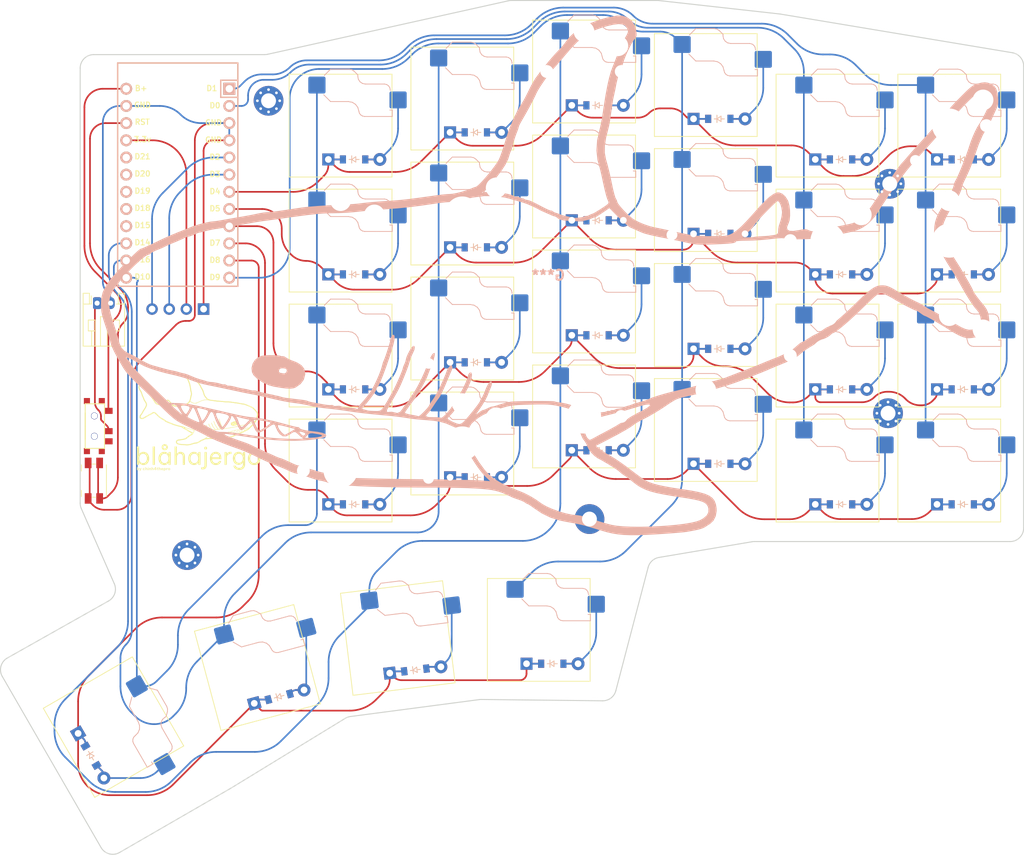
<source format=kicad_pcb>
(kicad_pcb (version 20240108) (generator "pcbnew") (generator_version "8.0")
  (layers (0 "F.Cu" signal) (31 "B.Cu" signal) (34 "B.Paste" user) (35 "F.Paste" user) (36 "B.SilkS" user "B.Silkscreen") (37 "F.SilkS" user "F.Silkscreen") (38 "B.Mask" user) (39 "F.Mask" user) (44 "Edge.Cuts" user))
  (net 0 "")
  (net 1 "GND")
  (net 2 "VCC")
  (net 3 "R_ROW1")
  (net 4 "Net-(D29-A)")
  (net 5 "R_ROW2")
  (net 6 "Net-(D30-A)")
  (net 7 "R_ROW3")
  (net 8 "Net-(D31-A)")
  (net 9 "Net-(D32-A)")
  (net 10 "R_ROW4")
  (net 11 "Net-(D33-A)")
  (net 12 "Net-(D34-A)")
  (net 13 "Net-(D35-A)")
  (net 14 "Net-(D36-A)")
  (net 15 "Net-(D37-A)")
  (net 16 "Net-(D38-A)")
  (net 17 "Net-(D39-A)")
  (net 18 "Net-(D40-A)")
  (net 19 "R_ROW5")
  (net 20 "Net-(D41-A)")
  (net 21 "Net-(D42-A)")
  (net 22 "Net-(D43-A)")
  (net 23 "Net-(D44-A)")
  (net 24 "Net-(D45-A)")
  (net 25 "Net-(D46-A)")
  (net 26 "Net-(D47-A)")
  (net 27 "Net-(D48-A)")
  (net 28 "Net-(D49-A)")
  (net 29 "Net-(D50-A)")
  (net 30 "Net-(D51-A)")
  (net 31 "Net-(D52-A)")
  (net 32 "Net-(D53-A)")
  (net 33 "Net-(D54-A)")
  (net 34 "Net-(D55-A)")
  (net 35 "Net-(D56-A)")
  (net 36 "R_BAT_IN")
  (net 37 "R_SCL")
  (net 38 "R_SDA")
  (net 39 "R_COL1")
  (net 40 "R_COL2")
  (net 41 "R_COL3")
  (net 42 "R_COL4")
  (net 43 "R_COL5")
  (net 44 "R_COL6")
  (net 45 "R_RST")
  (net 47 "R_BAT_RAW")
  (footprint "chinh4thepro:ComboDiode" (layer "F.Cu") (at 200.05 96.15)
    (property "Reference" "D47" (hide yes))
    (property "Value" "Diode" (hide yes))
  )
  (footprint "chinh4thepro:ComboDiode" (layer "F.Cu") (at 272.05 100.15)
    (property "Reference" "D29" (hide yes))
    (property "Value" "Diode" (hide yes))
  )
  (footprint "chinh4thepro:ComboDiode" (layer "F.Cu") (at 236.05 111.15)
    (property "Reference" "D38" (hide yes))
    (property "Value" "Diode" (hide yes))
  )
  (footprint "ScottoKeebs_Hotswap:Hotswap_Choc_V1V2" (layer "F.Cu") (at 180.05 146.15)
    (property "Reference" "S55" (hide yes))
    (property "Value" "Keyswitch" (hide yes))
  )
  (footprint "ScottoKeebs_Hotswap:Hotswap_Choc_V1V2" (layer "F.Cu") (at 146.478166 184.085174 -60)
    (property "Reference" "S56" (hide yes))
    (property "Value" "Keyswitch" (hide yes))
  )
  (footprint "chinh4thepro:ComboDiode" (layer "F.Cu") (at 200.05 113.15)
    (property "Reference" "D48" (hide yes))
    (property "Value" "Diode" (hide yes))
  )
  (footprint "ScottoKeebs_Hotswap:Hotswap_Choc_V1V2" (layer "F.Cu") (at 198.05 108.15)
    (property "Reference" "S48" (hide yes))
    (property "Value" "Keyswitch" (hide yes))
  )
  (footprint "ScottoKeebs_Hotswap:Hotswap_Choc_V1V2" (layer "F.Cu") (at 198.05 91.15)
    (property "Reference" "S47" (hide yes))
    (property "Value" "Keyswitch" (hide yes))
  )
  (footprint "chinh4thepro:ComboDiode" (layer "F.Cu") (at 191.103724 175.635806 7)
    (property "Reference" "D46" (hide yes))
    (property "Value" "Diode" (hide yes))
  )
  (footprint "chinh4thepro:ComboDiode" (layer "F.Cu") (at 182.05 151.15)
    (property "Reference" "D55" (hide yes))
    (property "Value" "Diode" (hide yes))
  )
  (footprint "chinh4thepro:ComboDiode" (layer "F.Cu") (at 218.05 92.15)
    (property "Reference" "D42" (hide yes))
    (property "Value" "Diode" (hide yes))
  )
  (footprint "chinh4thepro:ComboDiode" (layer "F.Cu") (at 236.05 94.15)
    (property "Reference" "D37" (hide yes))
    (property "Value" "Diode" (hide yes))
  )
  (footprint "ScottoKeebs_Hotswap:Hotswap_Choc_V1V2" (layer "F.Cu") (at 216.05 138.15)
    (property "Reference" "S45" (hide yes))
    (property "Value" "Keyswitch" (hide yes))
  )
  (footprint "ScottoKeebs_Hotswap:Hotswap_Choc_V1V2" (layer "F.Cu") (at 167.749076 175.279018 15)
    (property "Reference" "S51" (hide yes))
    (property "Value" "Keyswitch" (hide yes))
  )
  (footprint "chinh4thepro:ComboDiode" (layer "F.Cu") (at 254.05 117.15)
    (property "Reference" "D34" (hide yes))
    (property "Value" "Diode" (hide yes))
  )
  (footprint "chinh4thepro:ComboDiode" (layer "F.Cu") (at 182.05 117.15)
    (property "Reference" "D53" (hide yes))
    (property "Value" "Diode" (hide yes))
  )
  (footprint "ScottoKeebs_Hotswap:Hotswap_Choc_V1V2" (layer "F.Cu") (at 252.05 112.15)
    (property "Reference" "S34" (hide yes))
    (property "Value" "Keyswitch" (hide yes))
  )
  (footprint "ScottoKeebs_Hotswap:Hotswap_Choc_V1V2" (layer "F.Cu") (at 270.05 112.15)
    (property "Reference" "S30" (hide yes))
    (property "Value" "Keyswitch" (hide yes))
  )
  (footprint "chinh4thepro:ComboDiode" (layer "F.Cu") (at 254.05 100.15)
    (property "Reference" "D33" (hide yes))
    (property "Value" "Diode" (hide yes))
  )
  (footprint "ScottoKeebs_Hotswap:Hotswap_Choc_V1V2" (layer "F.Cu") (at 216.05 104.15)
    (property "Reference" "S43" (hide yes))
    (property "Value" "Keyswitch" (hide yes))
  )
  (footprint "chinh4thepro:ComboDiode" (layer "F.Cu") (at 254.05 151.15)
    (property "Reference" "D36" (hide yes))
    (property "Value" "Diode" (hide yes))
  )
  (footprint "chinh4thepro:ComboDiode" (layer "F.Cu") (at 218.05 109.15)
    (property "Reference" "D43" (hide yes))
    (property "Value" "Diode" (hide yes))
  )
  (footprint "ScottoKeebs_Hotswap:Hotswap_Choc_V1V2" (layer "F.Cu") (at 234.05 123.15)
    (property "Reference" "S39" (hide yes))
    (property "Value" "Keyswitch" (hide yes))
  )
  (footprint "chinh4thepro:ComboDiode" (layer "F.Cu") (at 272.05 117.15)
    (property "Reference" "D30" (hide yes))
    (property "Value" "Diode" (hide yes))
  )
  (footprint "chinh4thepro:MountingHole_2.2mm_M2_Pad_Via" (layer "F.Cu") (at 261 137.675)
    (property "Reference" "_6" (hide yes))
    (property "Value" "" (hide yes))
  )
  (footprint "ScottoKeebs_Hotswap:Hotswap_Choc_V1V2" (layer "F.Cu") (at 252.05 146.15)
    (property "Reference" "S36" (hide yes))
    (property "Value" "Keyswitch" (hide yes))
  )
  (footprint "ScottoKeebs_Hotswap:Hotswap_Choc_V1V2" (layer "F.Cu") (at 180.05 95.15)
    (property "Reference" "S52" (hide yes))
    (property "Value" "Keyswitch" (hide yes))
  )
  (footprint "Button_Switch_SMD:Panasonic_EVQPUL_EVQPUC" (layer "F.Cu") (at 143.575 147.650001 90)
    (property "Reference" "SW3" (hide yes))
    (property "Value" "SW_Push" (hide yes))
  )
  (footprint "chinh4thepro:ComboDiode" (layer "F.Cu") (at 182.05 100.15)
    (property "Reference" "D52" (hide yes))
    (property "Value" "Diode" (hide yes))
  )
  (footprint "chinh4thepro:ComboDiode" (layer "F.Cu") (at 170.969796 179.58642 15)
    (property "Reference" "D51" (hide yes))
    (property "Value" "Diode" (hide yes))
  )
  (footprint "ScottoKeebs_Hotswap:Hotswap_Choc_V1V2" (layer "F.Cu") (at 270.05 95.15)
    (property "Reference" "S29" (hide yes))
    (property "Value" "Keyswitch" (hide yes))
  )
  (footprint "chinh4thepro:ComboDiode" (layer "F.Cu") (at 272.05 134.15)
    (property "Reference" "D31" (hide yes))
    (property "Value" "Diode" (hide yes))
  )
  (footprint "chinh4thepro:ComboDiode" (layer "F.Cu") (at 218.05 126.15)
    (property "Reference" "D44" (hide yes))
    (property "Value" "Diode" (hide yes))
  )
  (footprint "LOGO" (layer "F.Cu") (at 159.05 138.275)
    (property "Reference" "G***" (hide yes))
    (property "Value" "LOGO" (hide yes))
  )
  (footprint "chinh4thepro:ComboDiode" (layer "F.Cu") (at 272.05 151.15)
    (property "Reference" "D32" (hide yes))
    (property "Value" "Diode" (hide yes))
  )
  (footprint "ScottoKeebs_Hotswap:Hotswap_Choc_V1V2" (layer "F.Cu") (at 198.05 142.15)
    (property "Reference" "S50" (hide yes))
    (property "Value" "Keyswitch" (hide yes))
  )
  (footprint "chinh4thepro:MountingHole_2.2mm_M2_Pad_Via" (layer "F.Cu") (at 169.4 91.475)
    (property "Reference" "_6" (hide yes))
    (property "Value" "" (hide yes))
  )
  (footprint "chinh4thepro:ComboDiode" (layer "F.Cu") (at 143.148039 188.317225 -60)
    (property "Reference" "D56" (hide yes))
    (property "Value" "Diode" (hide yes))
  )
  (footprint "ScottoKeebs_Hotswap:Hotswap_Choc_V1V2" (layer "F.Cu") (at 180.05 112.15)
    (property "Reference" "S53" (hide yes))
    (property "Value" "Keyswitch" (hide yes))
  )
  (footprint "ScottoKeebs_Hotswap:Hotswap_Choc_V1V2" (layer "F.Cu") (at 216.05 121.15)
    (property "Reference" "S44" (hide yes))
    (property "Value" "Keyswitch" (hide yes))
  )
  (footprint "ScottoKeebs_Hotswap:Hotswap_Choc_V1V2" (layer "F.Cu") (at 180.05 129.15)
    (property "Reference" "S54" (hide yes))
    (property "Value" "Keyswitch" (hide yes))
  )
  (footprint "ScottoKeebs_Components:OLED_128x32" (layer "F.Cu") (at 149.994999 123.875003 90)
    (property "Reference" "J4" (hide yes))
    (property "Value" "OLED_128x32" (hide yes))
  )
  (footprint "ScottoKeebs_Hotswap:Hotswap_Choc_V1V2" (layer "F.Cu") (at 270.05 146.15)
    (property "Reference" "S32" (hide yes))
    (property "Value" "Keyswitch" (hide yes))
  )
  (footprint "ScottoKeebs_Hotswap:Hotswap_Choc_V1V2" (layer "F.Cu") (at 252.05 95.15)
    (property "Reference" "S33" (hide yes))
    (property "Value" "Keyswitch" (hide yes))
  )
  (footprint "Connector_JST:JST_PH_S2B-PH-K_1x02_P2.00mm_Horizontal" (layer "F.Cu") (at 144.05 121.4)
    (property "Reference" "J3" (hide yes))
    (property "Value" "Conn_01x02_Socket" (hide yes))
  )
  (footprint "chinh4thepro:ComboDiode" (layer "F.Cu") (at 200.05 147.15)
    (property "Reference" "D50" (hide yes))
    (property "Value" "Diode" (hide yes))
  )
  (footprint "chinh4thepro:MountingHole_2.2mm_M2_Pad_Via" (layer "F.Cu") (at 157.35 158.65)
    (property "Reference" "_6" (hide yes))
    (property "Value" "" (hide yes))
  )
  (footprint "chinh4thepro:SPDT_C128955" (layer "F.Cu") (at 143.644998 139.574999 90)
    (property "Reference" "SW4" (hide yes))
    (property "Value" "SW_SPDT" (hide yes))
  )
  (footprint "chinh4thepro:MountingHole_2.2mm_M2_Pad_Via" (layer "F.Cu") (at 261.25 103.75)
    (property "Reference" "_6" (hide yes))
    (property "Value" "" (hide yes))
  )
  (footprint "chinh4thepro:ComboDiode" (layer "F.Cu") (at 211.354655 174.713426)
    (property "Reference" "D41" (hide yes))
    (property "Value" "Diode" (hide yes))
  )
  (footprint "chinh4thepro:ComboDiode" (layer "F.Cu") (at 200.05 130.15)
    (property "Reference" "D49" (hide yes))
    (property "Value" "Diode" (hide yes))
  )
  (footprint "ScottoKeebs_MCU:Nice_Nano_V2_Flipped" (layer "F.Cu") (at 155.975 103.67)
    (property "Reference" "U2" (hide yes))
    (property "Value" "Nice_Nano_V2" (hide yes))
  )
  (footprint "ScottoKeebs_Hotswap:Hotswap_Choc_V1V2" (layer "F.Cu") (at 270.05 129.15)
    (property "Reference" "S31" (hide yes))
    (property "Value" "Keyswitch" (hide yes))
  )
  (footprint "ScottoKeebs_Hotswap:Hotswap_Choc_V1V2" (layer "F.Cu") (at 234.05 89.15)
    (property "Reference" "S37" (hide yes))
    (property "Value" "Keyswitch" (hide yes))
  )
  (footprint "ScottoKeebs_Hotswap:Hotswap_Choc_V1V2" (layer "F.Cu") (at 198.05 125.15)
    (property "Reference" "S49" (hide yes))
    (property "Value" "Keyswitch" (hide yes))
  )
  (footprint "" (layer "F.Cu") (at 216.85 153.325)
    (property "Reference" "" (hide yes))
    (property "Value" "" (hide yes))
  )
  (footprint "ScottoKeebs_Hotswap:Hotswap_Choc_V1V2" (layer "F.Cu") (at 188.508682 170.915673 7)
    (property "Reference" "S46" (hide yes))
    (property "Value" "Keyswitch" (hide yes))
  )
  (footprint "chinh4thepro:ComboDiode" (layer "F.Cu") (at 182.05 134.15)
    (property "Reference" "D54" (hide yes))
    (property "Value" "Diode" (hide yes))
  )
  (footprint "ScottoKeebs_Hotswap:Hotswap_Choc_V1V2" (layer "F.Cu") (at 252.05 129.15)
    (property "Reference" "S35" (hide yes))
    (property "Value" "Keyswitch" (hide yes))
  )
  (footprint "ScottoKeebs_Hotswap:Hotswap_Choc_V1V2" (layer "F.Cu") (at 216.05 87.15)
    (property "Reference" "S42" (hide yes))
    (property "Value" "Keyswitch" (hide yes))
  )
  (footprint "chinh4thepro:ComboDiode" (layer "F.Cu") (at 236.05 128.15)
    (property "Reference" "D39" (hide yes))
    (property "Value" "Diode" (hide yes))
  )
  (footprint "chinh4thepro:ComboDiode" (layer "F.Cu") (at 254.05 134.15)
    (property "Reference" "D35" (hide yes))
    (property "Value" "Diode" (hide yes))
  )
  (footprint "ScottoKeebs_Hotswap:Hotswap_Choc_V1V2" (layer "F.Cu") (at 234.05 140.15)
    (property "Reference" "S40" (hide yes))
    (property "Value" "Keyswitch" (hide yes))
  )
  (footprint "chinh4thepro:ComboDiode" (layer "F.Cu") (at 236.05 145.15)
    (property "Reference" "D40" (hide yes))
    (property "Value" "Diode" (hide yes))
  )
  (footprint "chinh4thepro:ComboDiode" (layer "F.Cu") (at 218.05 143.15)
    (property "Reference" "D45" (hide yes))
    (property "Value" "Diode" (hide yes))
  )
  (footprint "ScottoKeebs_Hotswap:Hotswap_Choc_V1V2" (layer "F.Cu") (at 209.354655 169.713426)
    (property "Reference" "S41" (hide yes))
    (property "Value" "Keyswitch" (hide yes))
  )
  (footprint "ScottoKeebs_Hotswap:Hotswap_Choc_V1V2" (layer "F.Cu") (at 234.05 106.15)
    (property "Reference" "S38" (hide yes))
    (property "Value" "Keyswitch" (hide yes))
  )
  (footprint "LOGO" (layer "B.Cu") (at 210.75 117.275 180)
    (property "Reference" "G***")
    (property "Value" "LOGO" (hide yes))
  )
  (gr_arc (start 141.55 86.65) (mid 142.135786 85.235786) (end 143.55 84.65) (stroke (width 0.15)) (layer "Edge.Cuts"))
  (gr_line (start 226.939229 76.65) (end 205.269544 76.65) (stroke (width 0.15)) (layer "Edge.Cuts"))
  (gr_arc (start 163.842589 193.111669) (mid 163.821354 193.124462) (end 163.799961 193.13699) (stroke (width 0.15)) (layer "Edge.Cuts"))
  (gr_line (start 147.36695 202.624593) (end 163.799961 193.13699) (stroke (width 0.15)) (layer "Edge.Cuts"))
  (gr_line (start 244.99583 78.643981) (end 227.160092 76.662232) (stroke (width 0.15)) (layer "Edge.Cuts"))
  (gr_line (start 281.05 154.65) (end 281.05 86.344254) (stroke (width 0.15)) (layer "Edge.Cuts"))
  (gr_arc (start 200.565614 180.015334) (mid 200.706619 180.001868) (end 200.848223 179.998409) (stroke (width 0.15)) (layer "Edge.Cuts"))
  (gr_line (start 163.842589 193.111669) (end 180.730103 182.795224) (stroke (width 0.15)) (layer "Edge.Cuts"))
  (gr_line (start 200.848223 179.998409) (end 218.793439 180.196216) (stroke (width 0.15)) (layer "Edge.Cuts"))
  (gr_arc (start 226.939229 76.65) (mid 227.04983 76.65306) (end 227.160092 76.662233) (stroke (width 0.15)) (layer "Edge.Cuts"))
  (gr_line (start 145.744169 165.434489) (end 130.785681 173.863089) (stroke (width 0.15)) (layer "Edge.Cuts"))
  (gr_line (start 141.55 86.65) (end 141.55 150.9803) (stroke (width 0.15)) (layer "Edge.Cuts"))
  (gr_line (start 241.217514 156.65) (end 279.05 156.65) (stroke (width 0.15)) (layer "Edge.Cuts"))
  (gr_arc (start 240.884819 156.677866) (mid 241.050584 156.656976) (end 241.217514 156.65) (stroke (width 0.15)) (layer "Edge.Cuts"))
  (gr_line (start 279.378798 84.371466) (end 245.103765 78.658961) (stroke (width 0.15)) (layer "Edge.Cuts"))
  (gr_arc (start 225.52717 160.463824) (mid 226.11203 159.494792) (end 227.129219 158.998409) (stroke (width 0.15)) (layer "Edge.Cuts"))
  (gr_line (start 169.264317 84.602374) (end 204.835683 76.697626) (stroke (width 0.15)) (layer "Edge.Cuts"))
  (gr_line (start 227.129219 158.998409) (end 240.884819 156.677866) (stroke (width 0.15)) (layer "Edge.Cuts"))
  (gr_arc (start 220.750227 178.703056) (mid 220.028743 179.786329) (end 218.793439 180.196216) (stroke (width 0.15)) (layer "Edge.Cuts"))
  (gr_arc (start 146.593649 162.888063) (mid 146.659584 164.324964) (end 145.744169 165.434489) (stroke (width 0.15)) (layer "Edge.Cuts"))
  (gr_arc (start 130.035431 176.605519) (mid 129.838368 175.07777) (end 130.785681 173.863089) (stroke (width 0.15)) (layer "Edge.Cuts"))
  (gr_arc (start 147.36695 202.624592) (mid 145.849312 202.824393) (end 144.6349 201.892542) (stroke (width 0.15)) (layer "Edge.Cuts"))
  (gr_line (start 130.035431 176.60552) (end 144.6349 201.892542) (stroke (width 0.15)) (layer "Edge.Cuts"))
  (gr_arc (start 180.730103 182.795224) (mid 181.106658 182.616126) (end 181.512166 182.519) (stroke (width 0.15)) (layer "Edge.Cuts"))
  (gr_arc (start 244.99583 78.643981) (mid 245.049899 78.650737) (end 245.103765 78.658961) (stroke (width 0.15)) (layer "Edge.Cuts"))
  (gr_arc (start 281.05 154.65) (mid 280.464228 156.064228) (end 279.05 156.65) (stroke (width 0.15)) (layer "Edge.Cuts"))
  (gr_arc (start 169.264317 84.602374) (mid 169.04869 84.638058) (end 168.830456 84.65) (stroke (width 0.15)) (layer "Edge.Cuts"))
  (gr_line (start 220.750228 178.703057) (end 225.52717 160.463825) (stroke (width 0.15)) (layer "Edge.Cuts"))
  (gr_arc (start 141.718718 151.784295) (mid 141.592634 151.391054) (end 141.55 150.9803) (stroke (width 0.15)) (layer "Edge.Cuts"))
  (gr_arc (start 279.378798 84.371466) (mid 280.576066 85.051491) (end 281.05 86.344254) (stroke (width 0.15)) (layer "Edge.Cuts"))
  (gr_line (start 181.512166 182.519) (end 200.565614 180.015333) (stroke (width 0.15)) (layer "Edge.Cuts"))
  (gr_arc (start 204.835683 76.697626) (mid 205.05131 76.661941) (end 205.269544 76.65) (stroke (width 0.15)) (layer "Edge.Cuts"))
  (gr_line (start 141.718718 151.784295) (end 146.59365 162.888063) (stroke (width 0.15)) (layer "Edge.Cuts"))
  (gr_line (start 168.830456 84.65) (end 143.55 84.65) (stroke (width 0.15)) (layer "Edge.Cuts"))
  (gr_text "D4" (at 161.475 104.87 0) (layer "F.SilkS") (effects (font (size 0.8 0.8))))
  (gr_text "D18" (at 150.764 107.34 0) (layer "F.SilkS") (effects (font (size 0.8 0.8))))
  (gr_text "GND" (at 161.264 94.71 0) (layer "F.SilkS") (effects (font (size 0.8 0.8))))
  (gr_text "D9" (at 161.475 117.57 0) (layer "F.SilkS") (effects (font (size 0.8 0.8))))
  (gr_text "D16" (at 150.764 114.96 0) (layer "F.SilkS") (effects (font (size 0.8 0.8))))
  (gr_text "D3" (at 161.475 102.33 0) (layer "F.SilkS") (effects (font (size 0.8 0.8))))
  (gr_text "D5" (at 161.475 107.41 0) (layer "F.SilkS") (effects (font (size 0.8 0.8))))
  (gr_text "D19" (at 150.764 104.8 0) (layer "F.SilkS") (effects (font (size 0.8 0.8))))
  (gr_text "D20" (at 150.764 102.26 0) (layer "F.SilkS") (effects (font (size 0.8 0.8))))
  (gr_text "D14" (at 150.764 112.42 0) (layer "F.SilkS") (effects (font (size 0.8 0.8))))
  (gr_text "3.3v" (at 150.764 97.18 0) (layer "F.SilkS") (effects (font (size 0.8 0.8))))
  (gr_text "D6" (at 161.475 109.95 0) (layer "F.SilkS") (effects (font (size 0.8 0.8))))
  (gr_text "D1" (at 161.014 89.63 0) (layer "F.SilkS") (effects (font (size 0.8 0.8))))
  (gr_text "GND" (at 150.764 92.1 0) (layer "F.SilkS") (effects (font (size 0.8 0.8))))
  (gr_text "GND" (at 161.264 97.25 0) (layer "F.SilkS") (effects (font (size 0.8 0.8))))
  (gr_text "D0" (at 161.475 92.17 0) (layer "F.SilkS") (effects (font (size 0.8 0.8))))
  (gr_text "RST" (at 150.725 94.61 0) (layer "F.SilkS") (effects (font (size 0.8 0.8))))
  (gr_text "D7" (at 161.475 112.49 0) (layer "F.SilkS") (effects (font (size 0.8 0.8))))
  (gr_text "D15" (at 150.764 109.88 0) (layer "F.SilkS") (effects (font (size 0.8 0.8))))
  (gr_text "B+" (at 150.553 89.63 0) (layer "F.SilkS") (effects (font (size 0.8 0.8))))
  (gr_text "D2" (at 161.475 99.79 0) (layer "F.SilkS") (effects (font (size 0.8 0.8))))
  (gr_text "D21" (at 150.764 99.72 0) (layer "F.SilkS") (effects (font (size 0.8 0.8))))
  (gr_text "D10" (at 150.764 117.5 0) (layer "F.SilkS") (effects (font (size 0.8 0.8))))
  (gr_text "D8" (at 161.475 115.03 0) (layer "F.SilkS") (effects (font (size 0.8 0.8))))
  (segment (start 161.052124 94.78) (end 163.595 94.78) (width 0.25) (layer "F.Cu") (net 1))
  (segment (start 158.5 97.332124) (end 158.5 123.171446) (width 0.25) (layer "F.Cu") (net 1))
  (segment (start 160.247499 97.802499) (end 160.638128 97.411871) (width 0.25) (layer "F.Cu") (net 1))
  (segment (start 142.95 149.890899) (end 142.95 145.409099) (width 0.25) (layer "F.Cu") (net 1))
  (segment (start 149.1125 133.466463) (end 149.1125 149.837455) (width 0.25) (layer "F.Cu") (net 1))
  (segment (start 150.706292 129.618707) (end 155.698959 124.62604) (width 0.25) (layer "F.Cu") (net 1))
  (segment (start 145.114955 151.95) (end 146.999955 151.95) (width 0.25) (layer "F.Cu") (net 1))
  (segment (start 142.8375 150.162497) (end 142.822228 150.177769) (width 0.25) (layer "F.Cu") (net 1))
  (segment (start 142.822228 150.647224) (end 143.425002 151.249998) (width 0.25) (layer "F.Cu") (net 1))
  (segment (start 160.926213 97.32) (end 163.595 97.32) (width 0.25) (layer "F.Cu") (net 1))
  (segment (start 157.646446 124.025) (end 157.15 124.025) (width 0.25) (layer "F.Cu") (net 1))
  (segment (start 159.795 98.894931) (end 159.795 122.275004) (width 0.25) (layer "F.Cu") (net 1))
  (segment (start 142.837499 145.137498) (end 142.724998 145.024997) (width 0.25) (layer "F.Cu") (net 1))
  (segment (start 160.7875 97.35) (end 160.853786 97.35) (width 0.25) (layer "F.Cu") (net 1))
  (arc (start 160.7875 97.35) (mid 160.70666 97.366079) (end 160.638128 97.411871) (width 0.25) (layer "F.Cu") (net 1))
  (arc (start 150.706292 129.618707) (mid 149.526713 131.384072) (end 149.1125 133.466463) (width 0.25) (layer "F.Cu") (net 1))
  (arc (start 161.052124 94.78) (mid 160.075468 94.974268) (end 159.2475 95.5275) (width 0.25) (layer "F.Cu") (net 1))
  (arc (start 158.25 123.775) (mid 157.973087 123.960027) (end 157.646446 124.025) (width 0.25) (layer "F.Cu") (net 1))
  (arc (start 149.1125 149.837455) (mid 148.951692 150.645891) (end 148.49375 151.33125) (width 0.25) (layer "F.Cu") (net 1))
  (arc (start 160.89 97.335) (mid 160.873385 97.346101) (end 160.853786 97.35) (width 0.25) (layer "F.Cu") (net 1))
  (arc (start 158.5 123.171446) (mid 158.435027 123.498087) (end 158.25 123.775) (width 0.25) (layer "F.Cu") (net 1))
  (arc (start 148.49375 151.33125) (mid 147.808391 151.789192) (end 146.999955 151.95) (width 0.25) (layer "F.Cu") (net 1))
  (arc (start 160.247499 97.802499) (mid 159.9126 98.303711) (end 159.795 98.894931) (width 0.25) (layer "F.Cu") (net 1))
  (arc (start 142.837499 145.137498) (mid 142.920761 145.262109) (end 142.95 145.409099) (width 0.25) (layer "F.Cu") (net 1))
  (arc (start 157.15 124.025) (mid 156.364702 124.181205) (end 155.698959 124.62604) (width 0.25) (layer "F.Cu") (net 1))
  (arc (start 142.822228 150.177769) (mid 142.750269 150.285463) (end 142.725001 150.412497) (width 0.25) (layer "F.Cu") (net 1))
  (arc (start 142.95 149.890899) (mid 142.920762 150.037887) (end 142.8375 150.162497) (width 0.25) (layer "F.Cu") (net 1))
  (arc (start 142.725001 150.412497) (mid 142.750269 150.53953) (end 142.822228 150.647224) (width 0.25) (layer "F.Cu") (net 1))
  (arc (start 159.2475 95.5275) (mid 158.694268 96.355468) (end 158.5 97.332124) (width 0.25) (layer "F.Cu") (net 1))
  (arc (start 160.926213 97.32) (mid 160.906614 97.323898) (end 160.89 97.335) (width 0.25) (layer "F.Cu") (net 1))
  (arc (start 143.425002 151.249998) (mid 144.200359 151.768075) (end 145.114955 151.95) (width 0.25) (layer "F.Cu") (net 1))
  (segment (start 145.475 119.65) (end 145.634574 119.809574) (width 0.25) (layer "B.Cu") (net 1))
  (segment (start 144.9 118.261827) (end 144.9 94.689698) (width 0.25) (layer "B.Cu") (net 1))
  (segment (start 163.595 94.78) (end 159.451051 94.78) (width 0.25) (layer "B.Cu") (net 1))
  (segment (start 145.620822 92.954177) (end 145.6175 92.9575) (width 0.25) (layer "B.Cu") (net 1))
  (segment (start 147.345 92.24) (end 148.355 92.24) (width 0.25) (layer "B.Cu") (net 1))
  (segment (start 163.595 94.78) (end 163.595 97.32) (width 0.25) (layer "B.Cu") (net 1))
  (segment (start 153.318948 92.24) (end 148.355 92.24) (width 0.25) (layer "B.Cu") (net 1))
  (segment (start 146.05 120.8125) (end 146.05 121.4) (width 0.25) (layer "B.Cu") (net 1))
  (arc (start 144.9 118.261827) (mid 145.049437 119.0131) (end 145.475 119.65) (width 0.25) (layer "B.Cu") (net 1))
  (arc (start 145.634574 119.809574) (mid 145.942034 120.26972) (end 146.05 120.8125) (width 0.25) (layer "B.Cu") (net 1))
  (arc (start 145.6175 92.9575) (mid 145.086472 93.752239) (end 144.9 94.689698) (width 0.25) (layer "B.Cu") (net 1))
  (arc (start 156.385 93.51) (mid 157.791716 94.449937) (end 159.451051 94.78) (width 0.25) (layer "B.Cu") (net 1))
  (arc (start 156.385 93.51) (mid 154.978283 92.570062) (end 153.318948 92.24) (width 0.25) (layer "B.Cu") (net 1))
  (arc (start 147.345 92.24) (mid 146.411881 92.425608) (end 145.620822 92.954177) (width 0.25) (layer "B.Cu") (net 1))
  (segment (start 157.255 102.330358) (end 157.255 122.275004) (width 0.25) (layer "F.Cu") (net 2))
  (segment (start 152.244641 97.32) (end 148.355 97.32) (width 0.25) (layer "F.Cu") (net 2))
  (arc (start 155.7875 98.7875) (mid 156.873609 100.412977) (end 157.255 102.330358) (width 0.25) (layer "F.Cu") (net 2))
  (arc (start 155.7875 98.7875) (mid 154.162022 97.70139) (end 152.244641 97.32) (width 0.25) (layer "F.Cu") (net 2))
  (segment (start 196.24 96.15) (end 191.983792 100.406207) (width 0.25) (layer "F.Cu") (net 3))
  (segment (start 246.697753 98.075) (end 238.418963 98.075) (width 0.25) (layer "F.Cu") (net 3))
  (segment (start 173.067466 104.94) (end 163.595 104.94) (width 0.25) (layer "F.Cu") (net 3))
  (segment (start 181.398147 102) (end 188.136036 102) (width 0.25) (layer "F.Cu") (net 3))
  (segment (start 199.611535 98.125) (end 206.011036 98.125) (width 0.25) (layer "F.Cu") (net 3))
  (segment (start 214.24 92.15) (end 216.4 92.15) (width 0.25) (layer "F.Cu") (net 3))
  (segment (start 232.6225 94.15) (end 234.4 94.15) (width 0.25) (layer "F.Cu") (net 3))
  (segment (start 249.2025 99.1125) (end 250.24 100.15) (width 0.25) (layer "F.Cu") (net 3))
  (segment (start 250.24 100.15) (end 252.4 100.15) (width 0.25) (layer "F.Cu") (net 3))
  (segment (start 179.165 101.075) (end 178.862253 100.772253) (width 0.25) (layer "F.Cu") (net 3))
  (segment (start 259.643792 101.006206) (end 261.092354 99.557645) (width 0.25) (layer "F.Cu") (net 3))
  (segment (start 264.911141 98.2) (end 264.37 98.2) (width 0.25) (layer "F.Cu") (net 3))
  (segment (start 196.24 96.15) (end 198.4 96.15) (width 0.25) (layer "F.Cu") (net 3))
  (segment (start 230.7 93.375) (end 231.204531 93.879531) (width 0.25) (layer "F.Cu") (net 3))
  (segment (start 227.322271 92.6) (end 228.828984 92.6) (width 0.25) (layer "F.Cu") (net 3))
  (segment (start 196.24 96.15) (end 197.2275 97.1375) (width 0.25) (layer "F.Cu") (net 3))
  (segment (start 209.858792 96.531207) (end 214.24 92.15) (width 0.25) (layer "F.Cu") (net 3))
  (segment (start 176.724999 103.424999) (end 177.617746 102.532253) (width 0.25) (layer "F.Cu") (net 3))
  (segment (start 179.12 100.15) (end 180.4 100.15) (width 0.25) (layer "F.Cu") (net 3))
  (segment (start 232.510468 94.420468) (end 234.571207 96.481207) (width 0.25) (layer "F.Cu") (net 3))
  (segment (start 255.796036 102.6) (end 254.422411 102.6) (width 0.25) (layer "F.Cu") (net 3))
  (segment (start 231.8575 94.15) (end 232.6225 94.15) (width 0.25) (layer "F.Cu") (net 3))
  (segment (start 268.24 100.15) (end 267.265 99.175) (width 0.25) (layer "F.Cu") (net 3))
  (segment (start 268.24 100.15) (end 270.4 100.15) (width 0.25) (layer "F.Cu") (net 3))
  (segment (start 215.1525 93.0625) (end 214.24 92.15) (width 0.25) (layer "F.Cu") (net 3))
  (segment (start 217.355469 93.975) (end 224.002728 93.975) (width 0.25) (layer "F.Cu") (net 3))
  (segment (start 250.24 100.15) (end 251.465 101.375) (width 0.25) (layer "F.Cu") (net 3))
  (arc (start 197.2275 97.1375) (mid 198.321304 97.868357) (end 199.611535 98.125) (width 0.25) (layer "F.Cu") (net 3))
  (arc (start 178.24 101.03) (mid 178.078281 101.843013) (end 177.617746 102.532253) (width 0.25) (layer "F.Cu") (net 3))
  (arc (start 232.510468 94.420468) (mid 232.210883 94.220292) (end 231.8575 94.15) (width 0.25) (layer "F.Cu") (net 3))
  (arc (start 232.6225 94.15) (mid 232.476123 94.247805) (end 232.510468 94.420468) (width 0.25) (layer "F.Cu") (net 3))
  (arc (start 227.322271 92.6) (mid 226.424009 92.778675) (end 225.6625 93.2875) (width 0.25) (layer "F.Cu") (net 3))
  (arc (start 231.204531 93.879531) (mid 231.504115 94.079707) (end 231.8575 94.15) (width 0.25) (layer "F.Cu") (net 3))
  (arc (start 234.571207 96.481207) (mid 236.336572 97.660786) (end 238.418963 98.075) (width 0.25) (layer "F.Cu") (net 3))
  (arc (start 267.265 99.175) (mid 266.18504 98.453394) (end 264.911141 98.2) (width 0.25) (layer "F.Cu") (net 3))
  (arc (start 176.724999 103.424999) (mid 175.046908 104.546264) (end 173.067466 104.94) (width 0.25) (layer "F.Cu") (net 3))
  (arc (start 191.983792 100.406207) (mid 190.218426 101.585786) (end 188.136036 102) (width 0.25) (layer "F.Cu") (net 3))
  (arc (start 178.24 101.03) (mid 178.497746 100.407746) (end 179.12 100.15) (width 0.25) (layer "F.Cu") (net 3))
  (arc (start 230.7 93.375) (mid 229.84157 92.801415) (end 228.828984 92.6) (width 0.25) (layer "F.Cu") (net 3))
  (arc (start 178.862253 100.772253) (mid 178.465016 100.693238) (end 178.24 101.03) (width 0.25) (layer "F.Cu") (net 3))
  (arc (start 215.1525 93.0625) (mid 216.16323 93.737848) (end 217.355469 93.975) (width 0.25) (layer "F.Cu") (net 3))
  (arc (start 249.2025 99.1125) (mid 248.053312 98.344637) (end 246.697753 98.075) (width 0.25) (layer "F.Cu") (net 3))
  (arc (start 251.465 101.375) (mid 252.821871 102.281632) (end 254.422411 102.6) (width 0.25) (layer "F.Cu") (net 3))
  (arc (start 259.643792 101.006206) (mid 257.878426 102.185786) (end 255.796036 102.6) (width 0.25) (layer "F.Cu") (net 3))
  (arc (start 179.165 101.075) (mid 180.189576 101.7596) (end 181.398147 102) (width 0.25) (layer "F.Cu") (net 3))
  (arc (start 225.6625 93.2875) (mid 224.90099 93.796324) (end 224.002728 93.975) (width 0.25) (layer "F.Cu") (net 3))
  (arc (start 209.858792 96.531207) (mid 208.093426 97.710786) (end 206.011036 98.125) (width 0.25) (layer "F.Cu") (net 3))
  (arc (start 264.37 98.2) (mid 262.596151 98.55284) (end 261.092354 99.557645) (width 0.25) (layer "F.Cu") (net 3))
  (arc (start 179.12 100.15) (mid 178.783238 100.375016) (end 178.862253 100.772253) (width 0.25) (layer "F.Cu") (net 3))
  (segment (start 270.4 100.15) (end 268.24 100.15) (width 0.25) (layer "B.Cu") (net 3))
  (segment (start 216.4 92.15) (end 214.24 92.15) (width 0.25) (layer "B.Cu") (net 3))
  (segment (start 234.4 94.15) (end 232.24 94.15) (width 0.25) (layer "B.Cu") (net 3))
  (segment (start 252.4 100.15) (end 250.24 100.15) (width 0.25) (layer "B.Cu") (net 3))
  (segment (start 198.4 96.15) (end 196.24 96.15) (width 0.25) (layer "B.Cu") (net 3))
  (segment (start 180.4 100.15) (end 178.24 100.15) (width 0.25) (layer "B.Cu") (net 3))
  (segment (start 273.7 100.15) (end 275.86 100.15) (width 0.25) (layer "F.Cu") (net 4))
  (segment (start 277.205 98.805) (end 275.86 100.15) (width 0.25) (layer "B.Cu") (net 4))
  (segment (start 275.86 100.15) (end 273.7 100.15) (width 0.25) (layer "B.Cu") (net 4))
  (segment (start 278.55 95.557882) (end 278.55 91.35) (width 0.25) (layer "B.Cu") (net 4))
  (arc (start 278.55 95.557882) (mid 278.200445 97.315209) (end 277.205 98.805) (width 0.25) (layer "B.Cu") (net 4))
  (segment (start 250.8975 117.15) (end 252.4 117.15) (width 0.25) (layer "F.Cu") (net 5))
  (segment (start 230.677997 113.5) (end 220.843963 113.5) (width 0.25) (layer "F.Cu") (net 5))
  (segment (start 265.354989 119.975) (end 252.817731 119.975) (width 0.25) (layer "F.Cu") (net 5))
  (segment (start 250.704922 118.929922) (end 250.995 119.22) (width 0.25) (layer "F.Cu") (net 5))
  (segment (start 171.35 110.373545) (end 171.35 111.180976) (width 0.25) (layer "F.Cu") (net 5))
  (segment (start 196.24 113.15) (end 198.4 113.15) (width 0.25) (layer "F.Cu") (net 5))
  (segment (start 214.24 109.15) (end 216.4 109.15) (width 0.25) (layer "F.Cu") (net 5))
  (segment (start 196.24 113.15) (end 191.583792 117.806207) (width 0.25) (layer "F.Cu") (net 5))
  (segment (start 178.24 117.15) (end 179.365 118.275) (width 0.25) (layer "F.Cu") (net 5))
  (segment (start 209.583792 113.806207) (end 214.24 109.15) (width 0.25) (layer "F.Cu") (net 5))
  (segment (start 267.394999 119.129999) (end 267.838716 118.686283) (width 0.25) (layer "F.Cu") (net 5))
  (segment (start 178.24 117.15) (end 177.146864 116.056864) (width 0.25) (layer "F.Cu") (net 5))
  (segment (start 168.456454 107.48) (end 163.595 107.48) (width 0.25) (layer "F.Cu") (net 5))
  (segment (start 196.24 113.15) (end 197.365 114.275) (width 0.25) (layer "F.Cu") (net 5))
  (segment (start 232.24 111.8675) (end 232.24 111.937997) (width 0.25) (layer "F.Cu") (net 5))
  (segment (start 232.747349 111.657349) (end 234.896207 113.806207) (width 0.25) (layer "F.Cu") (net 5))
  (segment (start 268.8075 117.15) (end 270.4 117.15) (width 0.25) (layer "F.Cu") (net 5))
  (segment (start 178.24 117.15) (end 180.4 117.15) (width 0.25) (layer "F.Cu") (net 5))
  (segment (start 249.775077 116.685077) (end 249.365 116.275) (width 0.25) (layer "F.Cu") (net 5))
  (segment (start 205.736036 115.4) (end 200.08099 115.4) (width 0.25) (layer "F.Cu") (net 5))
  (segment (start 216.996207 111.906207) (end 214.24 109.15) (width 0.25) (layer "F.Cu") (net 5))
  (segment (start 232.9575 111.15) (end 234.4 111.15) (width 0.25) (layer "F.Cu") (net 5))
  (segment (start 187.736036 119.4) (end 182.08099 119.4) (width 0.25) (layer "F.Cu") (net 5))
  (segment (start 247.252563 115.4) (end 238.743963 115.4) (width 0.25) (layer "F.Cu") (net 5))
  (segment (start 172.5125 113.9875) (end 172.768135 114.243135) (width 0.25) (layer "F.Cu") (net 5))
  (arc (start 191.583792 117.806207) (mid 189.818426 118.985786) (end 187.736036 119.4) (width 0.25) (layer "F.Cu") (net 5))
  (arc (start 231.7825 113.0425) (mid 231.275749 113.381099) (end 230.677997 113.5) (width 0.25) (layer "F.Cu") (net 5))
  (arc (start 209.583792 113.806207) (mid 207.818426 114.985786) (end 205.736036 115.4) (width 0.25) (layer "F.Cu") (net 5))
  (arc (start 249.775077 116.685077) (mid 250.290049 117.02917) (end 250.8975 117.15) (width 0.25) (layer "F.Cu") (net 5))
  (arc (start 232.24 111.8675) (mid 232.45015 111.36015) (end 232.9575 111.15) (width 0.25) (layer "F.Cu") (net 5))
  (arc (start 232.747349 111.657349) (mid 232.423465 111.592924) (end 232.24 111.8675) (width 0.25) (layer "F.Cu") (net 5))
  (arc (start 171.35 111.180976) (mid 171.652123 112.699855) (end 172.5125 113.9875) (width 0.25) (layer "F.Cu") (net 5))
  (arc (start 232.9575 111.15) (mid 232.682924 111.333465) (end 232.747349 111.657349) (width 0.25) (layer "F.Cu") (net 5))
  (arc (start 177.146864 116.056864) (mid 176.142375 115.385686) (end 174.9575 115.15) (width 0.25) (layer "F.Cu") (net 5))
  (arc (start 250.24 117.8075) (mid 250.11917 117.200049) (end 249.775077 116.685077) (width 0.25) (layer "F.Cu") (net 5))
  (arc (start 232.24 111.937997) (mid 232.121099 112.535749) (end 231.7825 113.0425) (width 0.25) (layer "F.Cu") (net 5))
  (arc (start 249.365 116.275) (mid 248.395805 115.627405) (end 247.252563 115.4) (width 0.25) (layer "F.Cu") (net 5))
  (arc (start 172.768135 114.243135) (mid 173.772624 114.914313) (end 174.9575 115.15) (width 0.25) (layer "F.Cu") (net 5))
  (arc (start 179.365 118.275) (mid 180.611106 119.107622) (end 182.08099 119.4) (width 0.25) (layer "F.Cu") (net 5))
  (arc (start 234.896207 113.806207) (mid 236.661572 114.985786) (end 238.743963 115.4) (width 0.25) (layer "F.Cu") (net 5))
  (arc (start 170.5025 108.3275) (mid 171.129741 109.266233) (end 171.35 110.373545) (width 0.25) (layer "F.Cu") (net 5))
  (arc (start 170.5025 108.3275) (mid 169.563766 107.700258) (end 168.456454 107.48) (width 0.25) (layer "F.Cu") (net 5))
  (arc (start 250.8975 117.15) (mid 250.432577 117.342577) (end 250.24 117.8075) (width 0.25) (layer "F.Cu") (net 5))
  (arc (start 216.996207 111.906207) (mid 218.761572 113.085786) (end 220.843963 113.5) (width 0.25) (layer "F.Cu") (net 5))
  (arc (start 268.24 117.7175) (mid 268.135709 118.241801) (end 267.838716 118.686283) (width 0.25) (layer "F.Cu") (net 5))
  (arc (start 268.8075 117.15) (mid 268.406216 117.316216) (end 268.24 117.7175) (width 0.25) (layer "F.Cu") (net 5))
  (arc (start 267.394999 119.129999) (mid 266.459034 119.755391) (end 265.354989 119.975) (width 0.25) (layer "F.Cu") (net 5))
  (arc (start 197.365 114.275) (mid 198.611106 115.107622) (end 200.08099 115.4) (width 0.25) (layer "F.Cu") (net 5))
  (arc (start 250.24 117.8075) (mid 250.360829 118.41495) (end 250.704922 118.929922) (width 0.25) (layer "F.Cu") (net 5))
  (arc (start 250.995 119.22) (mid 251.831276 119.778781) (end 252.817731 119.975) (width 0.25) (layer "F.Cu") (net 5))
  (segment (start 198.4 113.15) (end 196.24 113.15) (width 0.25) (layer "B.Cu") (net 5))
  (segment (start 252.4 117.15) (end 250.24 117.15) (width 0.25) (layer "B.Cu") (net 5))
  (segment (start 234.4 111.15) (end 232.24 111.15) (width 0.25) (layer "B.Cu") (net 5))
  (segment (start 270.4 117.15) (end 268.24 117.15) (width 0.25) (layer "B.Cu") (net 5))
  (segment (start 180.4 117.15) (end 178.24 117.15) (width 0.25) (layer "B.Cu") (net 5))
  (segment (start 216.4 109.15) (end 214.24 109.15) (width 0.25) (layer "B.Cu") (net 5))
  (segment (start 275.86 117.15) (end 273.7 117.15) (width 0.25) (layer "F.Cu") (net 6))
  (segment (start 278.55 112.557882) (end 278.55 108.35) (width 0.25) (layer "B.Cu") (net 6))
  (segment (start 277.205 115.805) (end 275.86 117.15) (width 0.25) (layer "B.Cu") (net 6))
  (segment (start 275.86 117.15) (end 273.7 117.15) (width 0.25) (layer "B.Cu") (net 6))
  (arc (start 278.55 112.557882) (mid 278.200445 114.315209) (end 277.205 115.805) (width 0.25) (layer "B.Cu") (net 6))
  (segment (start 214.24 126.15) (end 216.4 126.15) (width 0.25) (layer "F.Cu") (net 7))
  (segment (start 268.24 134.6675) (end 268.24 134.15) (width 0.25) (layer "F.Cu") (net 7))
  (segment (start 268.24 134.15) (end 270.4 134.15) (width 0.25) (layer "F.Cu") (net 7))
  (segment (start 196.24 130.15) (end 198.4 130.15) (width 0.25) (layer "F.Cu") (net 7))
  (segment (start 265.995154 136.5) (end 265.725 136.5) (width 0.25) (layer "F.Cu") (net 7))
  (segment (start 167.683837 110.02) (end 163.595 110.02) (width 0.25) (layer "F.Cu") (net 7))
  (segment (start 201.190609 133.05) (end 206.421036 133.05) (width 0.25) (layer "F.Cu") (net 7))
  (segment (start 232.24 128.15) (end 234.4 128.15) (width 0.25) (layer "F.Cu") (net 7))
  (segment (start 187.436036 136.7) (end 182.593122 136.7) (width 0.25) (layer "F.Cu") (net 7))
  (segment (start 240.750331 132.275331) (end 243.218871 134.743871) (width 0.25) (layer "F.Cu") (net 7))
  (segment (start 232.24 128.15) (end 232.24 129.139253) (width 0.25) (layer "F.Cu") (net 7))
  (segment (start 214.24 126.8175) (end 214.24 126.15) (width 0.25) (layer "F.Cu") (net 7))
  (segment (start 246.953819 136.075) (end 246.4325 136.075) (width 0.25) (layer "F.Cu") (net 7))
  (segment (start 191.283792 135.106207) (end 196.24 130.15) (width 0.25) (layer "F.Cu") (net 7))
  (segment (start 267.874072 135.550927) (end 267.5825 135.8425) (width 0.25) (layer "F.Cu") (net 7))
  (segment (start 179.515 135.425) (end 178.526378 134.436378) (width 0.25) (layer "F.Cu") (net 7))
  (segment (start 232.24 128.15) (end 233.5275 129.4375) (width 0.25) (layer "F.Cu") (net 7))
  (segment (start 263.497271 135.472271) (end 263.676471 135.651471) (width 0.25) (layer "F.Cu") (net 7))
  (segment (start 251.025269 136.05) (end 257.128984 136.05) (width 0.25) (layer "F.Cu") (net 7))
  (segment (start 177.31375 132.41375) (end 177.953621 133.053621) (width 0.25) (layer "F.Cu") (net 7))
  (segment (start 175.077584 131.4875) (end 174.286072 131.4875) (width 0.25) (layer "F.Cu") (net 7))
  (segment (start 210.268792 131.456207) (end 213.768006 127.956993) (width 0.25) (layer "F.Cu") (net 7))
  (segment (start 170.125 112.461162) (end 170.125 127.326427) (width 0.25) (layer "F.Cu") (net 7))
  (segment (start 230.379253 131) (end 221.343963 131) (width 0.25) (layer "F.Cu") (net 7))
  (segment (start 196.24 130.15) (end 197.69 131.6) (width 0.25) (layer "F.Cu") (net 7))
  (segment (start 217.496207 129.406207) (end 214.24 126.15) (width 0.25) (layer "F.Cu") (net 7))
  (segment (start 250.24 134.15) (end 252.4 134.15) (width 0.25) (layer "F.Cu") (net 7))
  (segment (start 178.645 134.15) (end 180.4 134.15) (width 0.25) (layer "F.Cu") (net 7))
  (segment (start 249.2775 135.1125) (end 250.24 134.15) (width 0.25) (layer "F.Cu") (net 7))
  (segment (start 250.24 135.26473) (end 250.24 134.15) (width 0.25) (layer "F.Cu") (net 7))
  (segment (start 261.15 134.5) (end 260.871015 134.5) (width 0.25) (layer "F.Cu") (net 7))
  (segment (start 236.635799 130.725) (end 237.0075 130.725) (width 0.25) (layer "F.Cu") (net 7))
  (arc (start 232.24 129.139253) (mid 232.098359 129.85133) (end 231.695 130.455) (width 0.25) (layer "F.Cu") (net 7))
  (arc (start 260.871015 134.5) (mid 259.858429 134.701415) (end 259 135.275) (width 0.25) (layer "F.Cu") (net 7))
  (arc (start 191.283792 135.106207) (mid 189.518426 136.285786) (end 187.436036 136.7) (width 0.25) (layer "F.Cu") (net 7))
  (arc (start 197.69 131.6) (mid 199.296093 132.673157) (end 201.190609 133.05) (width 0.25) (layer "F.Cu") (net 7))
  (arc (start 231.695 130.455) (mid 231.09133 130.858359) (end 230.379253 131) (width 0.25) (layer "F.Cu") (net 7))
  (arc (start 250.47 135.82) (mid 250.724759 135.990224) (end 251.025269 136.05) (width 0.25) (layer "F.Cu") (net 7))
  (arc (start 268.24 134.6675) (mid 268.144898 135.145607) (end 267.874072 135.550927) (width 0.25) (layer "F.Cu") (net 7))
  (arc (start 249.2775 135.1125) (mid 248.211386 135.824854) (end 246.953819 136.075) (width 0.25) (layer "F.Cu") (net 7))
  (arc (start 169.41 110.735) (mid 169.939177 111.526969) (end 170.125 112.461162) (width 0.25) (layer "F.Cu") (net 7))
  (arc (start 250.24 135.26473) (mid 250.299775 135.56524) (end 250.47 135.82) (width 0.25) (layer "F.Cu") (net 7))
  (arc (start 217.496207 129.406207) (mid 219.261572 130.585786) (end 221.343963 131) (width 0.25) (layer "F.Cu") (net 7))
  (arc (start 177.31375 132.41375) (mid 176.287788 131.728224) (end 175.077584 131.4875) (width 0.25) (layer "F.Cu") (net 7))
  (arc (start 210.268792 131.456207) (mid 208.503426 132.635786) (end 206.421036 133.05) (width 0.25) (layer "F.Cu") (net 7))
  (arc (start 179.515 135.425) (mid 180.927254 136.368638) (end 182.593122 136.7) (width 0.25) (layer "F.Cu") (net 7))
  (arc (start 169.41 110.735) (mid 168.618029 110.205822) (end 167.683837 110.02) (width 0.25) (layer "F.Cu") (net 7))
  (arc (start 170.125 127.326427) (mid 170.441742 128.9188) (end 171.34375 130.26875) (width 0.25) (layer "F.Cu") (net 7))
  (arc (start 233.5275 129.4375) (mid 234.953599 130.390389) (end 236.635799 130.725) (width 0.25) (layer "F.Cu") (net 7))
  (arc (start 263.676471 135.651471) (mid 264.616344 136.279474) (end 265.725 136.5) (width 0.25) (layer "F.Cu") (net 7))
  (arc (start 178.526378 134.436378) (mid 178.314427 134.119171) (end 178.24 133.745) (width 0.25) (layer "F.Cu") (net 7))
  (arc (start 263.497271 135.472271) (mid 262.420334 134.752685) (end 261.15 134.5) (width 0.25) (layer "F.Cu") (net 7))
  (arc (start 267.5825 135.8425) (mid 266.854219 136.329121) (end 265.995154 136.5) (width 0.25) (layer "F.Cu") (net 7))
  (arc (start 240.750331 132.275331) (mid 239.033105 131.127917) (end 237.0075 130.725) (width 0.25) (layer "F.Cu") (net 7))
  (arc (start 178.645 134.15) (mid 178.490013 134.253558) (end 178.526378 134.436378) (width 0.25) (layer "F.Cu") (net 7))
  (arc (start 171.34375 130.26875) (mid 172.693698 131.170757) (end 174.286072 131.4875) (width 0.25) (layer "F.Cu") (net 7))
  (arc (start 243.218871 134.743871) (mid 244.693296 135.72905) (end 246.4325 136.075) (width 0.25) (layer "F.Cu") (net 7))
  (arc (start 214.24 126.8175) (mid 214.117332 127.434189) (end 213.768006 127.956993) (width 0.25) (layer "F.Cu") (net 7))
  (arc (start 178.24 133.745) (mid 178.358621 134.031378) (end 178.645 134.15) (width 0.25) (layer "F.Cu") (net 7))
  (arc (start 177.953621 133.053621) (mid 178.165572 133.370828) (end 178.24 133.745) (width 0.25) (layer "F.Cu") (net 7))
  (arc (start 259 135.275) (mid 258.14157 135.848584) (end 257.128984 136.05) (width 0.25) (layer "F.Cu") (net 7))
  (segment (start 270.4 134.15) (end 268.24 134.15) (width 0.25) (layer "B.Cu") (net 7))
  (segment (start 198.4 130.15) (end 196.24 130.15) (width 0.25) (layer "B.Cu") (net 7))
  (segment (start 180.4 134.15) (end 178.24 134.15) (width 0.25) (layer "B.Cu") (net 7))
  (segment (start 234.4 128.15) (end 232.24 128.15) (width 0.25) (layer "B.Cu") (net 7))
  (segment (start 216.4 126.15) (end 214.24 126.15) (width 0.25) (layer "B.Cu") (net 7))
  (segment (start 252.4 134.15) (end 250.24 134.15) (width 0.25) (layer "B.Cu") (net 7))
  (segment (start 273.7 134.15) (end 275.86 134.15) (width 0.25) (layer "F.Cu") (net 8))
  (segment (start 277.205 132.805) (end 275.86 134.15) (width 0.25) (layer "B.Cu") (net 8))
  (segment (start 278.55 129.557882) (end 278.55 125.35) (width 0.25) (layer "B.Cu") (net 8))
  (segment (start 275.86 134.15) (end 273.7 134.15) (width 0.25) (layer "B.Cu") (net 8))
  (arc (start 278.55 129.557882) (mid 278.200445 131.315209) (end 277.205 132.805) (width 0.25) (layer "B.Cu") (net 8))
  (segment (start 275.86 151.15) (end 273.7 151.15) (width 0.25) (layer "F.Cu") (net 9))
  (segment (start 275.86 151.15) (end 273.7 151.15) (width 0.25) (layer "B.Cu") (net 9))
  (segment (start 277.205 149.805) (end 275.86 151.15) (width 0.25) (layer "B.Cu") (net 9))
  (segment (start 278.55 146.557882) (end 278.55 142.35) (width 0.25) (layer "B.Cu") (net 9))
  (arc (start 278.55 146.557882) (mid 278.200445 148.315209) (end 277.205 149.805) (width 0.25) (layer "B.Cu") (net 9))
  (segment (start 196.24 148.053328) (end 196.24 148.1675) (width 0.25) (layer "F.Cu") (net 10))
  (segment (start 232.24 145.15) (end 234.4 145.15) (width 0.25) (layer "F.Cu") (net 10))
  (segment (start 264.527042 153.325) (end 253.952957 153.325) (width 0.25) (layer "F.Cu") (net 10))
  (segment (start 176.208542 149) (end 175.2375 149) (width 0.25) (layer "F.Cu") (net 10))
  (segment (start 268.24 151.15) (end 267.1525 152.2375) (width 0.25) (layer "F.Cu") (net 10))
  (segment (start 178.579411 151.489411) (end 179.0525 151.9625) (width 0.25) (layer "F.Cu") (net 10))
  (segment (start 268.24 151.15) (end 270.4 151.15) (width 0.25) (layer "F.Cu") (net 10))
  (segment (start 197.143328 147.15) (end 198.4 147.15) (width 0.25) (layer "F.Cu") (net 10))
  (segment (start 214.24 143.6175) (end 214.24 143.15) (width 0.25) (layer "F.Cu") (net 10))
  (segment (start 207.643536 148.4275) (end 198.420828 148.4275) (width 0.25) (layer "F.Cu") (net 10))
  (segment (start 213.909427 144.415572) (end 211.491292 146.833707) (width 0.25) (layer "F.Cu") (net 10))
  (segment (start 242.693963 153.35) (end 246.484365 153.35) (width 0.25) (layer "F.Cu") (net 10))
  (segment (start 232.24 145.15) (end 238.846207 151.756207) (width 0.25) (layer "F.Cu") (net 10))
  (segment (start 249.14 152.25) (end 250.24 151.15) (width 0.25) (layer "F.Cu") (net 10))
  (segment (start 194.243792 151.181206) (end 195.520518 149.904481) (width 0.25) (layer "F.Cu") (net 10))
  (segment (start 250.24 151.15) (end 252.4 151.15) (width 0.25) (layer "F.Cu") (net 10))
  (segment (start 177.645 149.595) (end 177.900588 149.850588) (width 0.25) (layer "F.Cu") (net 10))
  (segment (start 170.468792 146.043792) (end 172.143368 147.718368) (width 0.25) (layer "F.Cu") (net 10))
  (segment (start 228.399009 147.4) (end 220.743963 147.4) (width 0.25) (layer "F.Cu") (net 10))
  (segment (start 214.24 143.15) (end 216.4 143.15) (width 0.25) (layer "F.Cu") (net 10))
  (segment (start 232.24 145.15) (end 231.115 146.275) (width 0.25) (layer "F.Cu") (net 10))
  (segment (start 168.875 115.44501) (end 168.875 142.196036) (width 0.25) (layer "F.Cu") (net 10))
  (segment (start 181.014048 152.775) (end 190.396036 152.775) (width 0.25) (layer "F.Cu") (net 10))
  (segment (start 178.72 151.15) (end 180.4 151.15) (width 0.25) (layer "F.Cu") (net 10))
  (segment (start 165.989989 112.56) (end 163.595 112.56) (width 0.25) (layer "F.Cu") (net 10))
  (segment (start 250.24 151.15) (end 251.3275 152.2375) (width 0.25) (layer "F.Cu") (net 10))
  (segment (start 216.896207 145.806207) (end 214.24 143.15) (width 0.25) (layer "F.Cu") (net 10))
  (arc (start 168.03 113.405) (mid 168.655391 114.340964) (end 168.875 115.44501) (width 0.25) (layer "F.Cu") (net 10))
  (arc (start 267.1525 152.2375) (mid 265.947929 153.042367) (end 264.527042 153.325) (width 0.25) (layer "F.Cu") (net 10))
  (arc (start 238.846207 151.756207) (mid 240.611572 152.935786) (end 242.693963 153.35) (width 0.25) (layer "F.Cu") (net 10))
  (arc (start 168.875 142.196036) (mid 169.289213 144.278426) (end 170.468792 146.043792) (width 0.25) (layer "F.Cu") (net 10))
  (arc (start 172.143368 147.718368) (mid 173.562968 148.666914) (end 175.2375 149) (width 0.25) (layer "F.Cu") (net 10))
  (arc (start 196.87875 147.78875) (mid 196.470982 147.707639) (end 196.24 148.053328) (width 0.25) (layer "F.Cu") (net 10))
  (arc (start 196.24 148.053328) (mid 196.504578 147.414578) (end 197.143328 147.15) (width 0.25) (layer "F.Cu") (net 10))
  (arc (start 194.243792 151.181206) (mid 192.478426 152.360786) (end 190.396036 152.775) (width 0.25) (layer "F.Cu") (net 10))
  (arc (start 178.579411 151.489411) (mid 178.32821 151.113462) (end 178.24 150.67) (width 0.25) (layer "F.Cu") (net 10))
  (arc (start 214.24 143.6175) (mid 214.154086 144.049413) (end 213.909427 144.415572) (width 0.25) (layer "F.Cu") (net 10))
  (arc (start 178.24 150.67) (mid 178.380588 151.009411) (end 178.72 151.15) (width 0.25) (layer "F.Cu") (net 10))
  (arc (start 197.143328 147.15) (mid 196.797639 147.380982) (end 196.87875 147.78875) (width 0.25) (layer "F.Cu") (net 10))
  (arc (start 178.72 151.15) (mid 178.536311 151.272736) (end 178.579411 151.489411) (width 0.25) (layer "F.Cu") (net 10))
  (arc (start 196.24 148.1675) (mid 196.053012 149.107547) (end 195.520518 149.904481) (width 0.25) (layer "F.Cu") (net 10))
  (arc (start 196.87875 147.78875) (mid 197.586261 148.261494) (end 198.420828 148.4275) (width 0.25) (layer "F.Cu") (net 10))
  (arc (start 249.14 152.25) (mid 247.921584 153.064119) (end 246.484365 153.35) (width 0.25) (layer "F.Cu") (net 10))
  (arc (start 177.900588 149.850588) (mid 178.151789 150.226537) (end 178.24 150.67) (width 0.25) (layer "F.Cu") (net 10))
  (arc (start 231.115 146.275) (mid 229.868892 147.107622) (end 228.399009 147.4) (width 0.25) (layer "F.Cu") (net 10))
  (arc (start 179.0525 151.9625) (mid 179.952465 152.563838) (end 181.014048 152.775) (width 0.25) (layer "F.Cu") (net 10))
  (arc (start 216.896207 145.806207) (mid 218.661572 146.985786) (end 220.743963 147.4) (width 0.25) (layer "F.Cu") (net 10))
  (arc (start 168.03 113.405) (mid 167.094035 112.779608) (end 165.989989 112.56) (width 0.25) (layer "F.Cu") (net 10))
  (arc (start 177.645 149.595) (mid 176.985947 149.154635) (end 176.208542 149) (width 0.25) (layer "F.Cu") (net 10))
  (arc (start 211.491292 146.833707) (mid 209.725926 148.013286) (end 207.643536 148.4275) (width 0.25) (layer "F.Cu") (net 10))
  (arc (start 251.3275 152.2375) (mid 252.532069 153.042367) (end 253.952957 153.325) (width 0.25) (layer "F.Cu") (net 10))
  (segment (start 216.4 143.15) (end 214.24 143.15) (width 0.25) (layer "B.Cu") (net 10))
  (segment (start 198.4 147.15) (end 196.24 147.15) (width 0.25) (layer "B.Cu") (net 10))
  (segment (start 180.4 151.15) (end 178.24 151.15) (width 0.25) (layer "B.Cu") (net 10))
  (segment (start 234.4 145.15) (end 232.24 145.15) (width 0.25) (layer "B.Cu") (net 10))
  (segment (start 252.4 151.15) (end 250.24 151.15) (width 0.25) (layer "B.Cu") (net 10))
  (segment (start 270.4 151.15) (end 268.24 151.15) (width 0.25) (layer "B.Cu") (net 10))
  (segment (start 257.86 100.15) (end 255.7 100.15) (width 0.25) (layer "F.Cu") (net 11))
  (segment (start 259.205 98.805) (end 257.86 100.15) (width 0.25) (layer "B.Cu") (net 11))
  (segment (start 257.86 100.15) (end 255.7 100.15) (width 0.25) (layer "B.Cu") (net 11))
  (segment (start 260.55 95.557882) (end 260.55 91.35) (width 0.25) (layer "B.Cu") (net 11))
  (arc (start 260.55 95.557882) (mid 260.200445 97.315209) (end 259.205 98.805) (width 0.25) (layer "B.Cu") (net 11))
  (segment (start 257.86 117.15) (end 255.7 117.15) (width 0.25) (layer "F.Cu") (net 12))
  (segment (start 260.55 112.557882) (end 260.55 108.35) (width 0.25) (layer "B.Cu") (net 12))
  (segment (start 257.86 117.15) (end 255.7 117.15) (width 0.25) (layer "B.Cu") (net 12))
  (segment (start 257.86 117.15) (end 259.205 115.805) (width 0.25) (layer "B.Cu") (net 12))
  (arc (start 260.55 112.557882) (mid 260.200445 114.315209) (end 259.205 115.805) (width 0.25) (layer "B.Cu") (net 12))
  (segment (start 255.7 134.15) (end 257.86 134.15) (width 0.25) (layer "F.Cu") (net 13))
  (segment (start 257.86 134.15) (end 255.7 134.15) (width 0.25) (layer "B.Cu") (net 13))
  (segment (start 259.205 132.805) (end 257.86 134.15) (width 0.25) (layer "B.Cu") (net 13))
  (segment (start 260.55 129.557882) (end 260.55 125.35) (width 0.25) (layer "B.Cu") (net 13))
  (arc (start 260.55 129.557882) (mid 260.200445 131.315209) (end 259.205 132.805) (width 0.25) (layer "B.Cu") (net 13))
  (segment (start 257.86 151.15) (end 255.7 151.15) (width 0.25) (layer "F.Cu") (net 14))
  (segment (start 259.205 149.805) (end 257.86 151.15) (width 0.25) (layer "B.Cu") (net 14))
  (segment (start 257.86 151.15) (end 255.7 151.15) (width 0.25) (layer "B.Cu") (net 14))
  (segment (start 260.55 146.557882) (end 260.55 142.35) (width 0.25) (layer "B.Cu") (net 14))
  (arc (start 260.55 146.557882) (mid 260.200445 148.315209) (end 259.205 149.805) (width 0.25) (layer "B.Cu") (net 14))
  (segment (start 237.7 94.15) (end 239.86 94.15) (width 0.25) (layer "F.Cu") (net 15))
  (segment (start 242.55 89.557882) (end 242.55 85.35) (width 0.25) (layer "B.Cu") (net 15))
  (segment (start 241.205 92.805) (end 239.86 94.15) (width 0.25) (layer "B.Cu") (net 15))
  (segment (start 239.86 94.15) (end 237.7 94.15) (width 0.25) (layer "B.Cu") (net 15))
  (arc (start 242.55 89.557882) (mid 242.200445 91.315209) (end 241.205 92.805) (width 0.25) (layer "B.Cu") (net 15))
  (segment (start 239.86 111.15) (end 237.7 111.15) (width 0.25) (layer "F.Cu") (net 16))
  (segment (start 239.86 111.15) (end 237.7 111.15) (width 0.25) (layer "B.Cu") (net 16))
  (segment (start 242.55 106.557882) (end 242.55 102.35) (width 0.25) (layer "B.Cu") (net 16))
  (segment (start 241.205 109.805) (end 239.86 111.15) (width 0.25) (layer "B.Cu") (net 16))
  (arc (start 242.55 106.557882) (mid 242.200445 108.315209) (end 241.205 109.805) (width 0.25) (layer "B.Cu") (net 16))
  (segment (start 237.7 128.15) (end 239.86 128.15) (width 0.25) (layer "F.Cu") (net 17))
  (segment (start 241.205 126.805) (end 239.86 128.15) (width 0.25) (layer "B.Cu") (net 17))
  (segment (start 242.55 123.557882) (end 242.55 119.35) (width 0.25) (layer "B.Cu") (net 17))
  (segment (start 239.86 128.15) (end 237.7 128.15) (width 0.25) (layer "B.Cu") (net 17))
  (arc (start 242.55 123.557882) (mid 242.200445 125.315209) (end 241.205 126.805) (width 0.25) (layer "B.Cu") (net 17))
  (segment (start 239.86 145.15) (end 237.7 145.15) (width 0.25) (layer "F.Cu") (net 18))
  (segment (start 239.86 145.15) (end 237.7 145.15) (width 0.25) (layer "B.Cu") (net 18))
  (segment (start 241.205 143.805) (end 239.86 145.15) (width 0.25) (layer "B.Cu") (net 18))
  (segment (start 242.55 140.557882) (end 242.55 136.35) (width 0.25) (layer "B.Cu") (net 18))
  (arc (start 242.55 140.557882) (mid 242.200445 142.315209) (end 241.205 143.805) (width 0.25) (layer "B.Cu") (net 18))
  (segment (start 142.043502 185.818101) (end 141.783041 185.55764) (width 0.25) (layer "F.Cu") (net 19))
  (segment (start 181.421036 181.65) (end 168.496886 181.65) (width 0.25) (layer "F.Cu") (net 19))
  (segment (start 187.453742 176.231747) (end 187.847059 176.625064) (width 0.25) (layer "F.Cu") (net 19))
  (segment (start 167.010091 180.852044) (end 155.305929 192.556207) (width 0.25) (layer "F.Cu") (net 19))
  (segment (start 141.243045 180.285918) (end 141.243045 184.253973) (width 0.25) (layer "F.Cu") (net 19))
  (segment (start 167.010091 180.852044) (end 167.569142 180.292995) (width 0.25) (layer "F.Cu") (net 19))
  (segment (start 153.653963 167.875) (end 161.689036 167.875) (width 0.25) (layer "F.Cu") (net 19))
  (segment (start 185.268792 180.056206) (end 186.649399 178.6756) (width 0.25) (layer "F.Cu") (net 19))
  (segment (start 141.243045 185.781314) (end 141.243045 184.253973) (width 0.25) (layer "F.Cu") (net 19))
  (segment (start 187.322123 176.286265) (end 187.322123 177.051502) (width 0.25) (layer "F.Cu") (net 19))
  (segment (start 206.572193 177.15) (end 189.114366 177.15) (width 0.25) (layer "F.Cu") (net 19))
  (segment (start 165.536792 166.281206) (end 166.356207 165.461792) (width 0.25) (layer "F.Cu") (net 19))
  (segment (start 166.883058 115.1) (end 163.595 115.1) (width 0.25) (layer "F.Cu") (net 19))
  (segment (start 141.243045 189.486261) (end 141.243045 185.781314) (width 0.25) (layer "F.Cu") (net 19))
  (segment (start 207.544655 176.177538) (end 207.544655 174.713426) (width 0.25) (layer "F.Cu") (net 19))
  (segment (start 168.091774 181.374676) (end 167.569142 180.852044) (width 0.25) (layer "F.Cu") (net 19))
  (segment (start 167.95 116.166941) (end 167.95 161.614036) (width 0.25) (layer "F.Cu") (net 19))
  (segment (start 142.836837 176.438162) (end 149.806207 169.468792) (width 0.25) (layer "F.Cu") (net 19))
  (segment (start 168.091774 181.374676) (end 168.275323 181.558225) (width 0.25) (layer "F.Cu") (net 19))
  (segment (start 142.323038 186.492959) (end 142.323038 186.888282) (width 0.25) (layer "F.Cu") (net 19))
  (segment (start 168.243975 180.01347) (end 169.376018 180.01347) (width 0.25) (layer "F.Cu") (net 19))
  (segment (start 207.544655 174.713426) (end 209.704655 174.713426) (width 0.25) (layer "F.Cu") (net 19))
  (segment (start 187.771498 175.83689) (end 189.466022 175.83689) (width 0.25) (layer "F.Cu") (net 19))
  (segment (start 151.458173 194.15) (end 145.906783 194.15) (width 0.25) (layer "F.Cu") (net 19))
  (arc (start 142.609022 192.784022) (mid 144.122047 193.794993) (end 145.906783 194.15) (width 0.25) (layer "F.Cu") (net 19))
  (arc (start 167.6375 115.4125) (mid 167.868783 115.75864) (end 167.95 116.166941) (width 0.25) (layer "F.Cu") (net 19))
  (arc (start 141.243045 184.253973) (mid 141.383385 184.959512) (end 141.783041 185.55764) (width 0.25) (layer "F.Cu") (net 19))
  (arc (start 167.569142 180.852044) (mid 167.289616 180.736261) (end 167.010091 180.852044) (width 0.25) (layer "F.Cu") (net 19))
  (arc (start 207.544655 176.177538) (mid 207.47063 176.549682) (end 207.259827 176.865172) (width 0.25) (layer "F.Cu") (net 19))
  (arc (start 141.783041 185.55764) (mid 141.438316 185.48907) (end 141.243045 185.781314) (width 0.25) (layer "F.Cu") (net 19))
  (arc (start 185.268792 180.056206) (mid 183.503426 181.235786) (end 181.421036 181.65) (width 0.25) (layer "F.Cu") (net 19))
  (arc (start 187.322123 176.286265) (mid 187.356329 176.114296) (end 187.453742 175.968509) (width 0.25) (layer "F.Cu") (net 19))
  (arc (start 142.836837 176.438162) (mid 141.657258 178.203527) (end 141.243045 180.285918) (width 0.25) (layer "F.Cu") (net 19))
  (arc (start 141.243045 189.486261) (mid 141.59805 191.270996) (end 142.609022 192.784022) (width 0.25) (layer "F.Cu") (net 19))
  (arc (start 187.771498 175.83689) (mid 187.599529 175.871096) (end 187.453742 175.968509) (width 0.25) (layer "F.Cu") (net 19))
  (arc (start 167.569142 180.292995) (mid 167.453358 180.572519) (end 167.569142 180.852044) (width 0.25) (layer "F.Cu") (net 19))
  (arc (start 168.243975 180.01347) (mid 167.878758 180.086116) (end 167.569142 180.292995) (width 0.25) (layer "F.Cu") (net 19))
  (arc (start 207.259827 176.865172) (mid 206.944337 177.075975) (end 206.572193 177.15) (width 0.25) (layer "F.Cu") (net 19))
  (arc (start 142.043502 185.818101) (mid 142.250388 186.127728) (end 142.323038 186.492959) (width 0.25) (layer "F.Cu") (net 19))
  (arc (start 155.305929 192.556207) (mid 153.540563 193.735786) (end 151.458173 194.15) (width 0.25) (layer "F.Cu") (net 19))
  (arc (start 167.6375 115.4125) (mid 167.291359 115.181216) (end 166.883058 115.1) (width 0.25) (layer "F.Cu") (net 19))
  (arc (start 153.653963 167.875) (mid 151.571572 168.289213) (end 149.806207 169.468792) (width 0.25) (layer "F.Cu") (net 19))
  (arc (start 168.275323 181.558225) (mid 168.376977 181.626148) (end 168.496886 181.65) (width 0.25) (layer "F.Cu") (net 19))
  (arc (start 187.453742 175.968509) (mid 187.399223 176.100128) (end 187.453742 176.231747) (width 0.25) (layer "F.Cu") (net 19))
  (arc (start 187.847059 176.625064) (mid 188.428504 177.013573) (end 189.114366 177.15) (width 0.25) (layer "F.Cu") (net 19))
  (arc (start 187.322123 177.051502) (mid 187.147287 177.930457) (end 186.649399 178.6756) (width 0.25) (layer "F.Cu") (net 19))
  (arc (start 165.536792 166.281206) (mid 163.771426 167.460786) (end 161.689036 167.875) (width 0.25) (layer "F.Cu") (net 19))
  (arc (start 167.95 161.614036) (mid 167.535786 163.696426) (end 166.356207 165.461792) (width 0.25) (layer "F.Cu") (net 19))
  (arc (start 187.453742 176.231747) (mid 187.369718 176.215033) (end 187.322123 176.286265) (width 0.25) (layer "F.Cu") (net 19))
  (segment (start 168.243975 180.01347) (end 169.376018 180.01347) (width 0.25) (layer "B.Cu") (net 19))
  (segment (start 187.453742 175.968509) (end 187.322123 176.100128) (width 0.25) (layer "B.Cu") (net 19))
  (segment (start 142.043502 185.818101) (end 141.243045 185.017644) (width 0.25) (layer "B.Cu") (net 19))
  (segment (start 209.704655 174.713426) (end 207.544655 174.713426) (width 0.25) (layer "B.Cu") (net 19))
  (segment (start 142.323038 186.492959) (end 142.323038 186.888282) (width 0.25) (layer "B.Cu") (net 19))
  (segment (start 187.771498 175.83689) (end 189.466022 175.83689) (width 0.25) (layer "B.Cu") (net 19))
  (segment (start 167.569142 180.292995) (end 167.289617 180.57252) (width 0.25) (layer "B.Cu") (net 19))
  (arc (start 187.771498 175.83689) (mid 187.599529 175.871096) (end 187.453742 175.968509) (width 0.25) (layer "B.Cu") (net 19))
  (arc (start 142.043502 185.818101) (mid 142.250388 186.127728) (end 142.323038 186.492959) (width 0.25) (layer "B.Cu") (net 19))
  (arc (start 168.243975 180.01347) (mid 167.878758 180.086116) (end 167.569142 180.292995) (width 0.25) (layer "B.Cu") (net 19))
  (segment (start 215.164655 174.713426) (end 213.004655 174.713426) (width 0.25) (layer "F.Cu") (net 20))
  (segment (start 216.509655 173.368426) (end 215.164655 174.713426) (width 0.25) (layer "B.Cu") (net 20))
  (segment (start 217.854655 170.121308) (end 217.854655 165.913426) (width 0.25) (layer "B.Cu") (net 20))
  (segment (start 215.164655 174.713426) (end 213.004655 174.713426) (width 0.25) (layer "B.Cu") (net 20))
  (arc (start 217.854655 170.121308) (mid 217.5051 171.878635) (end 216.509655 173.368426) (width 0.25) (layer "B.Cu") (net 20))
  (segment (start 221.86 92.15) (end 219.7 92.15) (width 0.25) (layer "F.Cu") (net 21))
  (segment (start 223.205 90.805) (end 221.86 92.15) (width 0.25) (layer "B.Cu") (net 21))
  (segment (start 221.86 92.15) (end 219.7 92.15) (width 0.25) (layer "B.Cu") (net 21))
  (segment (start 224.55 87.557882) (end 224.55 83.35) (width 0.25) (layer "B.Cu") (net 21))
  (arc (start 224.55 87.557882) (mid 224.200445 89.315209) (end 223.205 90.805) (width 0.25) (layer "B.Cu") (net 21))
  (segment (start 221.86 109.15) (end 219.7 109.15) (width 0.25) (layer "F.Cu") (net 22))
  (segment (start 221.86 109.15) (end 223.205 107.805) (width 0.25) (layer "B.Cu") (net 22))
  (segment (start 224.55 104.557882) (end 224.55 100.35) (width 0.25) (layer "B.Cu") (net 22))
  (segment (start 221.86 109.15) (end 219.7 109.15) (width 0.25) (layer "B.Cu") (net 22))
  (arc (start 224.55 104.557882) (mid 224.200445 106.315209) (end 223.205 107.805) (width 0.25) (layer "B.Cu") (net 22))
  (segment (start 221.86 126.15) (end 219.7 126.15) (width 0.25) (layer "F.Cu") (net 23))
  (segment (start 221.86 126.15) (end 219.7 126.15) (width 0.25) (layer "B.Cu") (net 23))
  (segment (start 223.205 124.805) (end 221.86 126.15) (width 0.25) (layer "B.Cu") (net 23))
  (segment (start 224.55 121.557882) (end 224.55 117.35) (width 0.25) (layer "B.Cu") (net 23))
  (arc (start 224.55 121.557882) (mid 224.200445 123.315209) (end 223.205 124.805) (width 0.25) (layer "B.Cu") (net 23))
  (segment (start 219.7 143.15) (end 221.86 143.15) (width 0.25) (layer "F.Cu") (net 24))
  (segment (start 223.205 141.805) (end 221.86 143.15) (width 0.25) (layer "B.Cu") (net 24))
  (segment (start 224.55 138.557882) (end 224.55 134.35) (width 0.25) (layer "B.Cu") (net 24))
  (segment (start 221.86 143.15) (end 219.7 143.15) (width 0.25) (layer "B.Cu") (net 24))
  (arc (start 224.55 138.557882) (mid 224.200445 140.315209) (end 223.205 141.805) (width 0.25) (layer "B.Cu") (net 24))
  (segment (start 192.873045 175.303103) (end 192.741426 175.434722) (width 0.25) (layer "F.Cu") (net 25))
  (segment (start 193.190801 175.171484) (end 194.885325 175.171484) (width 0.25) (layer "F.Cu") (net 25))
  (arc (start 193.190801 175.171484) (mid 193.018832 175.20569) (end 192.873045 175.303103) (width 0.25) (layer "F.Cu") (net 25))
  (segment (start 195.550238 174.506569) (end 195.683772 174.373036) (width 0.25) (layer "B.Cu") (net 25))
  (segment (start 192.873045 175.303103) (end 192.741426 175.434722) (width 0.25) (layer "B.Cu") (net 25))
  (segment (start 193.944994 175.171484) (end 193.190801 175.171484) (width 0.25) (layer "B.Cu") (net 25))
  (segment (start 196.48222 172.445413) (end 196.48222 166.108108) (width 0.25) (layer "B.Cu") (net 25))
  (arc (start 195.550238 174.506569) (mid 194.813746 174.998678) (end 193.944994 175.171484) (width 0.25) (layer "B.Cu") (net 25))
  (arc (start 193.190801 175.171484) (mid 193.018832 175.20569) (end 192.873045 175.303103) (width 0.25) (layer "B.Cu") (net 25))
  (arc (start 196.48222 172.445413) (mid 196.27471 173.488635) (end 195.683772 174.373036) (width 0.25) (layer "B.Cu") (net 25))
  (segment (start 203.86 96.15) (end 201.7 96.15) (width 0.25) (layer "F.Cu") (net 26))
  (segment (start 203.86 96.15) (end 201.7 96.15) (width 0.25) (layer "B.Cu") (net 26))
  (segment (start 206.55 91.557882) (end 206.55 87.35) (width 0.25) (layer "B.Cu") (net 26))
  (segment (start 205.205 94.805) (end 203.86 96.15) (width 0.25) (layer "B.Cu") (net 26))
  (arc (start 206.55 91.557882) (mid 206.200445 93.315209) (end 205.205 94.805) (width 0.25) (layer "B.Cu") (net 26))
  (segment (start 201.7 113.15) (end 203.86 113.15) (width 0.25) (layer "F.Cu") (net 27))
  (segment (start 203.86 113.15) (end 201.7 113.15) (width 0.25) (layer "B.Cu") (net 27))
  (segment (start 205.205 111.805) (end 203.86 113.15) (width 0.25) (layer "B.Cu") (net 27))
  (segment (start 206.55 108.557882) (end 206.55 104.35) (width 0.25) (layer "B.Cu") (net 27))
  (arc (start 206.55 108.557882) (mid 206.200445 110.315209) (end 205.205 111.805) (width 0.25) (layer "B.Cu") (net 27))
  (segment (start 201.7 130.15) (end 203.86 130.15) (width 0.25) (layer "F.Cu") (net 28))
  (segment (start 206.55 125.557882) (end 206.55 121.35) (width 0.25) (layer "B.Cu") (net 28))
  (segment (start 203.86 130.15) (end 205.205 128.805) (width 0.25) (layer "B.Cu") (net 28))
  (segment (start 203.86 130.15) (end 201.7 130.15) (width 0.25) (layer "B.Cu") (net 28))
  (arc (start 206.55 125.557882) (mid 206.200445 127.315209) (end 205.205 128.805) (width 0.25) (layer "B.Cu") (net 28))
  (segment (start 201.7 147.15) (end 203.86 147.15) (width 0.25) (layer "F.Cu") (net 29))
  (segment (start 203.86 147.15) (end 201.7 147.15) (width 0.25) (layer "B.Cu") (net 29))
  (segment (start 206.55 142.557882) (end 206.55 138.35) (width 0.25) (layer "B.Cu") (net 29))
  (segment (start 205.205 145.805) (end 203.86 147.15) (width 0.25) (layer "B.Cu") (net 29))
  (arc (start 206.55 142.557882) (mid 206.200445 144.315209) (end 205.205 145.805) (width 0.25) (layer "B.Cu") (net 29))
  (segment (start 172.843099 178.879845) (end 172.563574 179.15937) (width 0.25) (layer "F.Cu") (net 30))
  (segment (start 173.517932 178.60032) (end 174.649975 178.60032) (width 0.25) (layer "F.Cu") (net 30))
  (arc (start 173.517932 178.60032) (mid 173.152715 178.672966) (end 172.843099 178.879845) (width 0.25) (layer "F.Cu") (net 30))
  (segment (start 174.975932 178.043876) (end 174.975932 169.408538) (width 0.25) (layer "B.Cu") (net 30))
  (segment (start 174.419488 178.60032) (end 173.517932 178.60032) (width 0.25) (layer "B.Cu") (net 30))
  (segment (start 172.843099 178.879845) (end 172.563574 179.15937) (width 0.25) (layer "B.Cu") (net 30))
  (arc (start 173.517932 178.60032) (mid 173.152715 178.672966) (end 172.843099 178.879845) (width 0.25) (layer "B.Cu") (net 30))
  (arc (start 174.975932 178.043876) (mid 174.933575 178.256817) (end 174.812953 178.437341) (width 0.25) (layer "B.Cu") (net 30))
  (arc (start 174.812953 178.437341) (mid 174.632429 178.557963) (end 174.419488 178.60032) (width 0.25) (layer "B.Cu") (net 30))
  (segment (start 183.7 100.15) (end 185.86 100.15) (width 0.25) (layer "F.Cu") (net 31))
  (segment (start 187.205 98.805) (end 185.86 100.15) (width 0.25) (layer "B.Cu") (net 31))
  (segment (start 188.55 95.557882) (end 188.55 91.35) (width 0.25) (layer "B.Cu") (net 31))
  (segment (start 185.86 100.15) (end 183.7 100.15) (width 0.25) (layer "B.Cu") (net 31))
  (arc (start 188.55 95.557882) (mid 188.200445 97.315209) (end 187.205 98.805) (width 0.25) (layer "B.Cu") (net 31))
  (segment (start 183.7 117.15) (end 185.86 117.15) (width 0.25) (layer "F.Cu") (net 32))
  (segment (start 187.205 115.805) (end 185.86 117.15) (width 0.25) (layer "B.Cu") (net 32))
  (segment (start 185.86 117.15) (end 183.7 117.15) (width 0.25) (layer "B.Cu") (net 32))
  (segment (start 188.55 112.557882) (end 188.55 108.35) (width 0.25) (layer "B.Cu") (net 32))
  (arc (start 188.55 112.557882) (mid 188.200445 114.315209) (end 187.205 115.805) (width 0.25) (layer "B.Cu") (net 32))
  (segment (start 185.86 134.15) (end 183.7 134.15) (width 0.25) (layer "F.Cu") (net 33))
  (segment (start 187.205 132.805) (end 185.86 134.15) (width 0.25) (layer "B.Cu") (net 33))
  (segment (start 185.86 134.15) (end 183.7 134.15) (width 0.25) (layer "B.Cu") (net 33))
  (segment (start 188.55 129.557882) (end 188.55 125.35) (width 0.25) (layer "B.Cu") (net 33))
  (arc (start 188.55 129.557882) (mid 188.200445 131.315209) (end 187.205 132.805) (width 0.25) (layer "B.Cu") (net 33))
  (segment (start 183.7 151.15) (end 185.86 151.15) (width 0.25) (layer "F.Cu") (net 34))
  (segment (start 188.55 146.557882) (end 188.55 142.35) (width 0.25) (layer "B.Cu") (net 34))
  (segment (start 185.86 151.15) (end 183.7 151.15) (width 0.25) (layer "B.Cu") (net 34))
  (segment (start 185.86 151.15) (end 187.205 149.805) (width 0.25) (layer "B.Cu") (net 34))
  (arc (start 188.55 146.557882) (mid 188.200445 148.315209) (end 187.205 149.805) (width 0.25) (layer "B.Cu") (net 34))
  (segment (start 145.053033 191.221483) (end 145.053033 191.616806) (width 0.25) (layer "F.Cu") (net 35))
  (segment (start 144.773497 190.546625) (end 143.97304 189.746168) (width 0.25) (layer "F.Cu") (net 35))
  (arc (start 144.773497 190.546625) (mid 144.980383 190.856252) (end 145.053033 191.221483) (width 0.25) (layer "F.Cu") (net 35))
  (segment (start 144.773497 190.546625) (end 143.97304 189.746168) (width 0.25) (layer "B.Cu") (net 35))
  (segment (start 150.484609 191.616806) (end 145.448355 191.616806) (width 0.25) (layer "B.Cu") (net 35))
  (segment (start 152.983835 190.581592) (end 154.019049 189.546379) (width 0.25) (layer "B.Cu") (net 35))
  (arc (start 145.053033 191.221483) (mid 145.16882 191.501018) (end 145.448355 191.616806) (width 0.25) (layer "B.Cu") (net 35))
  (arc (start 144.773497 190.546625) (mid 144.980383 190.856252) (end 145.053033 191.221483) (width 0.25) (layer "B.Cu") (net 35))
  (arc (start 152.983835 190.581592) (mid 151.83718 191.347762) (end 150.484609 191.616806) (width 0.25) (layer "B.Cu") (net 35))
  (segment (start 145.514939 139.539939) (end 144.8875 138.9125) (width 0.25) (layer "F.Cu") (net 36))
  (segment (start 145.719999 140.034997) (end 145.719999 140.324995) (width 0.25) (layer "F.Cu") (net 36))
  (segment (start 143.725 121.954809) (end 143.725 136.063603) (width 0.25) (layer "F.Cu") (net 36))
  (segment (start 143.8875 121.5625) (end 144.05 121.4) (width 0.25) (layer "F.Cu") (net 36))
  (segment (start 144.7125 138.7375) (end 144.8875 138.9125) (width 0.25) (layer "F.Cu") (net 36))
  (segment (start 144.253768 137.228768) (end 144.175 137.15) (width 0.25) (layer "F.Cu") (net 36))
  (segment (start 144.625 138.125) (end 144.625 138.526256) (width 0.25) (layer "F.Cu") (net 36))
  (arc (start 145.514939 139.539939) (mid 145.666705 139.767073) (end 145.719999 140.034997) (width 0.25) (layer "F.Cu") (net 36))
  (arc (start 144.253768 137.228768) (mid 144.528519 137.639963) (end 144.625 138.125) (width 0.25) (layer "F.Cu") (net 36))
  (arc (start 143.8875 121.5625) (mid 143.767232 121.742493) (end 143.725 121.954809) (width 0.25) (layer "F.Cu") (net 36))
  (arc (start 144.625 138.526256) (mid 144.64774 138.64058) (end 144.7125 138.7375) (width 0.25) (layer "F.Cu") (net 36))
  (arc (start 143.725 136.063603) (mid 143.841951 136.651556) (end 144.175 137.15) (width 0.25) (layer "F.Cu") (net 36))
  (segment (start 161.153963 102.4) (end 163.595 102.4) (width 0.25) (layer "B.Cu") (net 37))
  (segment (start 154.714996 108.838967) (end 154.714996 122.275003) (width 0.25) (layer "B.Cu") (net 37))
  (segment (start 156.308788 104.99121) (end 157.306207 103.993792) (width 0.25) (layer "B.Cu") (net 37))
  (arc (start 156.308788 104.99121) (mid 155.129209 106.756576) (end 154.714996 108.838967) (width 0.25) (layer "B.Cu") (net 37))
  (arc (start 161.153963 102.4) (mid 159.071572 102.814213) (end 157.306207 103.993792) (width 0.25) (layer "B.Cu") (net 37))
  (segment (start 161.268963 99.86) (end 163.595 99.86) (width 0.25) (layer "B.Cu") (net 38))
  (segment (start 152.175 108.953963) (end 152.175 122.275) (width 0.25) (layer "B.Cu") (net 38))
  (segment (start 153.768792 105.106207) (end 157.421207 101.453792) (width 0.25) (layer "B.Cu") (net 38))
  (arc (start 161.268963 99.86) (mid 159.186572 100.274213) (end 157.421207 101.453792) (width 0.25) (layer "B.Cu") (net 38))
  (arc (start 153.768792 105.106207) (mid 152.589213 106.871572) (end 152.175 108.953963) (width 0.25) (layer "B.Cu") (net 38))
  (segment (start 266.55 89.15) (end 266.55 106.15) (width 0.25) (layer "B.Cu") (net 39))
  (segment (start 261.428963 89.15) (end 266.55 89.15) (width 0.25) (layer "B.Cu") (net 39))
  (segment (start 209.131206 79.293792) (end 208.218792 80.206207) (width 0.25) (layer "B.Cu") (net 39))
  (segment (start 252.396036 84.625) (end 251.378963 84.625) (width 0.25) (layer "B.Cu") (net 39))
  (segment (start 164.185 89.7) (end 163.595 89.7) (width 0.25) (layer "B.Cu") (net 39))
  (segment (start 266.55 123.15) (end 266.55 140.15) (width 0.25) (layer "B.Cu") (net 39))
  (segment (start 266.55 106.15) (end 266.55 123.15) (width 0.25) (layer "B.Cu") (net 39))
  (segment (start 246.168792 81.668792) (end 247.531207 83.031207) (width 0.25) (layer "B.Cu") (net 39))
  (segment (start 242.321036 80.075) (end 226.179378 80.075) (width 0.25) (layer "B.Cu") (net 39))
  (segment (start 212.978963 77.7) (end 220.445621 77.7) (width 0.25) (layer "B.Cu") (net 39))
  (segment (start 190.081206 83.393792) (end 189.568792 83.906207) (width 0.25) (layer "B.Cu") (net 39))
  (segment (start 175.042246 85.5) (end 185.721036 85.5) (width 0.25) (layer "B.Cu") (net 39))
  (segment (start 256.243792 86.218792) (end 257.581207 87.556207) (width 0.25) (layer "B.Cu") (net 39))
  (segment (start 165.192193 89.282806) (end 165.8375 88.6375) (width 0.25) (layer "B.Cu") (net 39))
  (segment (start 170.032753 87.575) (end 168.402601 87.575) (width 0.25) (layer "B.Cu") (net 39))
  (segment (start 204.371036 81.8) (end 193.928963 81.8) (width 0.25) (layer "B.Cu") (net 39))
  (arc (start 168.402601 87.575) (mid 167.014378 87.851134) (end 165.8375 88.6375) (width 0.25) (layer "B.Cu") (net 39))
  (arc (start 175.042246 85.5) (mid 173.686687 85.769637) (end 172.5375 86.5375) (width 0.25) (layer "B.Cu") (net 39))
  (arc (start 256.243792 86.218792) (mid 254.478426 85.039213) (end 252.396036 84.625) (width 0.25) (layer "B.Cu") (net 39))
  (arc (start 246.168792 81.668792) (mid 244.403426 80.489213) (end 242.321036 80.075) (width 0.25) (layer "B.Cu") (net 39))
  (arc (start 223.3125 78.8875) (mid 224.627834 79.766378) (end 226.179378 80.075) (width 0.25) (layer "B.Cu") (net 39))
  (arc (start 172.5375 86.5375) (mid 171.388312 87.305362) (end 170.032753 87.575) (width 0.25) (layer "B.Cu") (net 39))
  (arc (start 208.218792 80.206207) (mid 206.453426 81.385786) (end 204.371036 81.8) (width 0.25) (layer "B.Cu") (net 39))
  (arc (start 193.928963 81.8) (mid 191.846572 82.214213) (end 190.081206 83.393792) (width 0.25) (layer "B.Cu") (net 39))
  (arc (start 257.581207 87.556207) (mid 259.346572 88.735786) (end 261.428963 89.15) (width 0.25) (layer "B.Cu") (net 39))
  (arc (start 165.192193 89.282806) (mid 164.730088 89.591574) (end 164.185 89.7) (width 0.25) (layer "B.Cu") (net 39))
  (arc (start 223.3125 78.8875) (mid 221.997164 78.008621) (end 220.445621 77.7) (width 0.25) (layer "B.Cu") (net 39))
  (arc (start 247.531207 83.031207) (mid 249.296572 84.210786) (end 251.378963 84.625) (width 0.25) (layer "B.Cu") (net 39))
  (arc (start 189.568792 83.906207) (mid 187.803426 85.085786) (end 185.721036 85.5) (width 0.25) (layer "B.Cu") (net 39))
  (arc (start 212.978963 77.7) (mid 210.896572 78.114213) (end 209.131206 79.293792) (width 0.25) (layer "B.Cu") (net 39))
  (segment (start 241.746036 80.675) (end 225.472056 80.675) (width 0.25) (layer "B.Cu") (net 40))
  (segment (start 194.228963 82.35) (end 204.621036 82.35) (width 0.25) (layer "B.Cu") (net 40))
  (segment (start 248.55 123.15) (end 248.55 140.15) (width 0.25) (layer "B.Cu") (net 40))
  (segment (start 213.203963 78.275) (end 219.677943 78.275) (width 0.25) (layer "B.Cu") (net 40))
  (segment (start 189.793792 84.531206) (end 190.381207 83.943792) (width 0.25) (layer "B.Cu") (net 40))
  (segment (start 185.946036 86.125) (end 175.39099 86.125) (width 0.25) (layer "B.Cu") (net 40))
  (segment (start 168.679594 88.375) (end 169.959009 88.375) (width 0.25) (layer "B.Cu") (net 40))
  (segment (start 248.55 87.1875) (end 248.55 89.15) (width 0.25) (layer "B.Cu") (net 40))
  (segment (start 166.375 91.275484) (end 166.375 90.679594) (width 0.25) (layer "B.Cu") (net 40))
  (segment (start 209.356206 79.868792) (end 208.468792 80.756207) (width 0.25) (layer "B.Cu") (net 40))
  (segment (start 245.593792 82.268792) (end 247.162302 83.837302) (width 0.25) (layer "B.Cu") (net 40))
  (segment (start 248.55 106.15) (end 248.55 89.15) (width 0.25) (layer "B.Cu") (net 40))
  (segment (start 248.55 106.15) (end 248.55 123.15) (width 0.25) (layer "B.Cu") (net 40))
  (segment (start 165.410484 92.24) (end 163.595 92.24) (width 0.25) (layer "B.Cu") (net 40))
  (arc (start 168.679594 88.375) (mid 167.797664 88.550426) (end 167.05 89.05) (width 0.25) (layer "B.Cu") (net 40))
  (arc (start 194.228963 82.35) (mid 192.146572 82.764213) (end 190.381207 83.943792) (width 0.25) (layer "B.Cu") (net 40))
  (arc (start 208.468792 80.756207) (mid 206.703426 81.935786) (end 204.621036 82.35) (width 0.25) (layer "B.Cu") (net 40))
  (arc (start 175.39099 86.125) (mid 173.921106 86.417377) (end 172.675 87.25) (width 0.25) (layer "B.Cu") (net 40))
  (arc (start 166.375 91.275484) (mid 166.30158 91.644588) (end 166.0925 91.9575) (width 0.25) (layer "B.Cu") (net 40))
  (arc (start 167.05 89.05) (mid 166.550426 89.797664) (end 166.375 90.679594) (width 0.25) (layer "B.Cu") (net 40))
  (arc (start 166.0925 91.9575) (mid 165.779588 92.16658) (end 165.410484 92.24) (width 0.25) (layer "B.Cu") (net 40))
  (arc (start 245.593792 82.268792) (mid 243.828426 81.089213) (end 241.746036 80.675) (width 0.25) (layer "B.Cu") (net 40))
  (arc (start 213.203963 78.275) (mid 211.121572 78.689213) (end 209.356206 79.868792) (width 0.25) (layer "B.Cu") (net 40))
  (arc (start 172.675 87.25) (mid 171.428892 88.082622) (end 169.959009 88.375) (width 0.25) (layer "B.Cu") (net 40))
  (arc (start 247.162302 83.837302) (mid 248.189349 85.374386) (end 248.55 87.1875) (width 0.25) (layer "B.Cu") (net 40))
  (arc (start 222.575 79.475) (mid 221.245819 78.586869) (end 219.677943 78.275) (width 0.25) (layer "B.Cu") (net 40))
  (arc (start 222.575 79.475) (mid 223.90418 80.36313) (end 225.472056 80.675) (width 0.25) (layer "B.Cu") (net 40))
  (arc (start 189.793792 84.531206) (mid 188.028426 85.710786) (end 185.946036 86.125) (width 0.25) (layer "B.Cu") (net 40))
  (segment (start 190.068792 85.181206) (end 190.656207 84.593792) (width 0.25) (layer "B.Cu") (net 41))
  (segment (start 208.668792 81.406206) (end 209.681207 80.393792) (width 0.25) (layer "B.Cu") (net 41))
  (segment (start 168.103593 117.64) (end 163.595 117.64) (width 0.25) (layer "B.Cu") (net 41))
  (segment (start 230.55 83.15) (end 230.55 100.15) (width 0.25) (layer "B.Cu") (net 41))
  (segment (start 230.55 117.15) (end 230.55 100.15) (width 0.25) (layer "B.Cu") (net 41))
  (segment (start 218.421036 159.6) (end 212.222044 159.6) (width 0.25) (layer "B.Cu") (net 41))
  (segment (start 230.55 117.15) (end 230.55 134.15) (width 0.25) (layer "B.Cu") (net 41))
  (segment (start 208.374288 161.193792) (end 205.854655 163.713426) (width 0.25) (layer "B.Cu") (net 41))
  (segment (start 218.867588 78.8) (end 213.528963 78.8) (width 0.25) (layer "B.Cu") (net 41))
  (segment (start 172.525 113.218593) (end 172.525 91.128122) (width 0.25) (layer "B.Cu") (net 41))
  (segment (start 227.306497 81.25) (end 224.782411 81.25) (width 0.25) (layer "B.Cu") (net 41))
  (segment (start 230.55 147.471036) (end 230.55 134.15) (width 0.25) (layer "B.Cu") (net 41))
  (segment (start 204.821036 83) (end 194.503963 83) (width 0.25) (layer "B.Cu") (net 41))
  (segment (start 186.221036 86.775) (end 176.878122 86.775) (width 0.25) (layer "B.Cu") (net 41))
  (segment (start 222.268792 158.006207) (end 228.956207 151.318792) (width 0.25) (layer "B.Cu") (net 41))
  (segment (start 229.6 82.2) (end 230.55 83.15) (width 0.25) (layer "B.Cu") (net 41))
  (arc (start 171.23 116.345) (mid 169.795592 117.30344) (end 168.103593 117.64) (width 0.25) (layer "B.Cu") (net 41))
  (arc (start 172.525 113.218593) (mid 172.18844 114.910592) (end 171.23 116.345) (width 0.25) (layer "B.Cu") (net 41))
  (arc (start 173.8 88.05) (mid 172.856361 89.462254) (end 172.525 91.128122) (width 0.25) (layer "B.Cu") (net 41))
  (arc (start 221.825 80.025) (mid 223.181871 80.931632) (end 224.782411 81.25) (width 0.25) (layer "B.Cu") (net 41))
  (arc (start 208.668792 81.406206) (mid 206.903426 82.585786) (end 204.821036 83) (width 0.25) (layer "B.Cu") (net 41))
  (arc (start 213.528963 78.8) (mid 211.446572 79.214213) (end 209.681207 80.393792) (width 0.25) (layer "B.Cu") (net 41))
  (arc (start 222.268792 158.006207) (mid 220.503426 159.185786) (end 218.421036 159.6) (width 0.25) (layer "B.Cu") (net 41))
  (arc (start 221.825 80.025) (mid 220.468127 79.118367) (end 218.867588 78.8) (width 0.25) (layer "B.Cu") (net 41))
  (arc (start 190.068792 85.181206) (mid 188.303426 86.360786) (end 186.221036 86.775) (width 0.25) (layer "B.Cu") (net 41))
  (arc (start 230.55 147.471036) (mid 230.135786 149.553426) (end 228.956207 151.318792) (width 0.25) (layer "B.Cu") (net 41))
  (arc (start 212.222044 159.6) (mid 210.139653 160.014213) (end 208.374288 161.193792) (width 0.25) (layer "B.Cu") (net 41))
  (arc (start 194.503963 83) (mid 192.421572 83.414213) (end 190.656207 84.593792) (width 0.25) (layer "B.Cu") (net 41))
  (arc (start 176.878122 86.775) (mid 175.212254 87.106361) (end 173.8 88.05) (width 0.25) (layer "B.Cu") (net 41))
  (arc (start 229.6 82.2) (mid 228.547731 81.496896) (end 227.306497 81.25) (width 0.25) (layer "B.Cu") (net 41))
  (segment (start 171.218792 186.156207) (end 176.681207 180.693792) (width 0.25) (layer "B.Cu") (net 42))
  (segment (start 155.068792 192.081207) (end 157.806207 189.343792) (width 0.25) (layer "B.Cu") (net 42))
  (segment (start 212.55 150.996036) (end 212.55 132.15) (width 0.25) (layer "B.Cu") (net 42))
  (segment (start 142.881207 192.081207) (end 139.343792 188.543792) (width 0.25) (layer "B.Cu") (net 42))
  (segment (start 184.303554 164.994685) (end 184.303554 165.779192) (width 0.25) (layer "B.Cu") (net 42))
  (segment (start 145.775 116.709745) (end 145.775 114.335391) (width 0.25) (layer "B.Cu") (net 42))
  (segment (start 147.031207 172.268792) (end 139.343792 179.956207) (width 0.25) (layer "B.Cu") (net 42))
  (segment (start 178.275 176.846036) (end 178.275 174.453963) (width 0.25) (layer "B.Cu") (net 42))
  (segment (start 148.625 123.590254) (end 148.625 168.421036) (width 0.25) (layer "B.Cu") (net 42))
  (segment (start 137.75 184.696036) (end 137.75 183.803963) (width 0.25) (layer "B.Cu") (net 42))
  (segment (start 188.306207 158.143792) (end 185.449241 161.000758) (width 0.25) (layer "B.Cu") (net 42))
  (segment (start 184.026188 166.448811) (end 179.868792 170.606207) (width 0.25) (layer "B.Cu") (net 42))
  (segment (start 184.303554 164.994685) (end 184.303554 163.766692) (width 0.25) (layer "B.Cu") (net 42))
  (segment (start 212.55 115.15) (end 212.55 98.15) (width 0.25) (layer "B.Cu") (net 42))
  (segment (start 212.55 98.15) (end 212.55 81.15) (width 0.25) (layer "B.Cu") (net 42))
  (segment (start 146.728963 193.675) (end 151.221036 193.675) (width 0.25) (layer "B.Cu") (net 42))
  (segment (start 212.55 115.15) (end 212.55 132.15) (width 0.25) (layer "B.Cu") (net 42))
  (segment (start 192.153963 156.55) (end 206.996036 156.55) (width 0.25) (layer "B.Cu") (net 42))
  (segment (start 147.550391 112.56) (end 148.355 112.56) (width 0.25) (layer "B.Cu") (net 42))
  (segment (start 210.956206 154.843792) (end 210.843792 154.956207) (width 0.25) (layer "B.Cu") (net 42))
  (segment (start 167.371036 187.75) (end 161.653963 187.75) (width 0.25) (layer "B.Cu") (net 42))
  (arc (start 185.449241 161.000758) (mid 184.601308 162.269779) (end 184.303554 163.766692) (width 0.25) (layer "B.Cu") (net 42))
  (arc (start 179.868792 170.606207) (mid 178.689213 172.371572) (end 178.275 174.453963) (width 0.25) (layer "B.Cu") (net 42))
  (arc (start 161.653963 187.75) (mid 159.571572 188.164213) (end 157.806207 189.343792) (width 0.25) (layer "B.Cu") (net 42))
  (arc (start 192.153963 156.55) (mid 190.071572 156.964213) (end 188.306207 158.143792) (width 0.25) (layer "B.Cu") (net 42))
  (arc (start 145.775 116.709745) (mid 146.145345 118.571597) (end 147.2 120.15) (width 0.25) (layer "B.Cu") (net 42))
  (arc (start 155.068792 192.081207) (mid 153.303426 193.260786) (end 151.221036 193.675) (width 0.25) (layer "B.Cu") (net 42))
  (arc (start 146.295 113.08) (mid 145.910143 113.655978) (end 145.775 114.335391) (width 0.25) (layer "B.Cu") (net 42))
  (arc (start 148.625 168.421036) (mid 148.210786 170.503426) (end 147.031207 172.268792) (width 0.25) (layer "B.Cu") (net 42))
  (arc (start 147.2 120.15) (mid 148.254654 121.728402) (end 148.625 123.590254) (width 0.25) (layer "B.Cu") (net 42))
  (arc (start 142.881207 192.081207) (mid 144.646572 193.260786) (end 146.728963 193.675) (width 0.25) (layer "B.Cu") (net 42))
  (arc (start 178.275 176.846036) (mid 177.860786 178.928426) (end 176.681207 180.693792) (width 0.25) (layer "B.Cu") (net 42))
  (arc (start 137.75 184.696036) (mid 138.164213 186.778426) (end 139.343792 188.543792) (width 0.25) (layer "B.Cu") (net 42))
  (arc (start 139.343792 179.956207) (mid 138.164213 181.721572) (end 137.75 183.803963) (width 0.25) (layer "B.Cu") (net 42))
  (arc (start 210.843792 154.956207) (mid 209.078426 156.135786) (end 206.996036 156.55) (width 0.25) (layer "B.Cu") (net 42))
  (arc (start 212.55 150.996036) (mid 212.135786 153.078426) (end 210.956206 154.843792) (width 0.25) (layer "B.Cu") (net 42))
  (arc (start 184.303554 165.779192) (mid 184.231468 166.141587) (end 184.026188 166.448811) (width 0.25) (layer "B.Cu") (net 42))
  (arc (start 171.218792 186.156207) (mid 169.453426 187.335786) (end 167.371036 187.75) (width 0.25) (layer "B.Cu") (net 42))
  (arc (start 147.550391 112.56) (mid 146.870978 112.695143) (end 146.295 113.08) (width 0.25) (layer "B.Cu") (net 42))
  (segment (start 147.408883 119.058883) (end 147.85 119.5) (width 0.25) (layer "B.Cu") (net 43))
  (segment (start 194.55 119.15) (end 194.55 136.15) (width 0.25) (layer "B.Cu") (net 43))
  (segment (start 194.55 102.15) (end 194.55 119.15) (width 0.25) (layer "B.Cu") (net 43))
  (segment (start 149.175 169.840596) (end 149.175 122.698832) (width 0.25) (layer "B.Cu") (net 43))
  (segment (start 155.674999 182.099999) (end 155.282887 182.492112) (width 0.25) (layer "B.Cu") (net 43))
  (segment (start 162.815421 170.38933) (end 158.818792 174.385958) (width 0.25) (layer "B.Cu") (net 43))
  (segment (start 194.55 102.15) (end 194.55 85.15) (width 0.25) (layer "B.Cu") (net 43))
  (segment (start 162.815421 170.38933) (end 162.815421 168.149454) (width 0.25) (layer "B.Cu") (net 43))
  (segment (start 146.525 116.925) (end 146.525 116.081586) (width 0.25) (layer "B.Cu") (net 43))
  (segment (start 157.225 178.233714) (end 157.225 178.357968) (width 0.25) (layer "B.Cu") (net 43))
  (segment (start 149.692112 182.492112) (end 149.093792 181.893792) (width 0.25) (layer "B.Cu") (net 43))
  (segment (start 175.678963 155.3) (end 191.43453 155.3) (width 0.25) (layer "B.Cu") (net 43))
  (segment (start 147.5 178.046036) (end 147.5 173.884403) (width 0.25) (layer "B.Cu") (net 43))
  (segment (start 147.506586 115.1) (end 148.355 115.1) (width 0.25) (layer "B.Cu") (net 43))
  (segment (start 171.831207 156.893792) (end 164.399252 164.325747) (width 0.25) (layer "B.Cu") (net 43))
  (segment (start 194.55 152.18453) (end 194.55 136.15) (width 0.25) (layer "B.Cu") (net 43))
  (arc (start 194.55 152.18453) (mid 194.312848 153.376768) (end 193.6375 154.3875) (width 0.25) (layer "B.Cu") (net 43))
  (arc (start 175.678963 155.3) (mid 173.596572 155.714213) (end 171.831207 156.893792) (width 0.25) (layer "B.Cu") (net 43))
  (arc (start 147.506586 115.1) (mid 147.130949 115.174718) (end 146.8125 115.3875) (width 0.25) (layer "B.Cu") (net 43))
  (arc (start 193.6375 154.3875) (mid 192.626768 155.062848) (end 191.43453 155.3) (width 0.25) (layer "B.Cu") (net 43))
  (arc (start 149.692112 182.492112) (mid 150.974647 183.349074) (end 152.4875 183.65) (width 0.25) (layer "B.Cu") (net 43))
  (arc (start 155.282887 182.492112) (mid 154.000352 183.349074) (end 152.4875 183.65) (width 0.25) (layer "B.Cu") (net 43))
  (arc (start 147.5 178.046036) (mid 147.914213 180.128426) (end 149.093792 181.893792) (width 0.25) (layer "B.Cu") (net 43))
  (arc (start 164.399252 164.325747) (mid 163.227045 166.080079) (end 162.815421 168.149454) (width 0.25) (layer "B.Cu") (net 43))
  (arc (start 146.525 116.925) (mid 146.754713 118.079849) (end 147.408883 119.058883) (width 0.25) (layer "B.Cu") (net 43))
  (arc (start 147.85 119.5) (mid 148.830643 120.967636) (end 149.175 122.698832) (width 0.25) (layer "B.Cu") (net 43))
  (arc (start 157.225 178.357968) (mid 156.822167 180.383141) (end 155.674999 182.099999) (width 0.25) (layer "B.Cu") (net 43))
  (arc (start 158.818792 174.385958) (mid 157.639213 176.151323) (end 157.225 178.233714) (width 0.25) (layer "B.Cu") (net 43))
  (arc (start 148.3375 171.8625) (mid 147.717659 172.790157) (end 147.5 173.884403) (width 0.25) (layer "B.Cu") (net 43))
  (arc (start 149.175 169.840596) (mid 148.95734 170.934842) (end 148.3375 171.8625) (width 0.25) (layer "B.Cu") (net 43))
  (arc (start 146.8125 115.3875) (mid 146.599718 115.705949) (end 146.525 116.081586) (width 0.25) (layer "B.Cu") (net 43))
  (segment (start 149.924313 176.96829) (end 149.924313 118.460271) (width 0.25) (layer "B.Cu") (net 44))
  (segment (start 176.55 106.15) (end 176.55 89.15) (width 0.25) (layer "B.Cu") (net 44))
  (segment (start 172.303963 154.225) (end 174.842893 154.225) (width 0.25) (layer "B.Cu") (net 44))
  (segment (start 149.407408 117.64) (end 148.355 117.64) (width 0.25) (layer "B.Cu") (net 44))
  (segment (start 154.406206 175.743792) (end 152.863686 177.286313) (width 0.25) (layer "B.Cu") (net 44))
  (segment (start 156 170.528963) (end 156 171.896036) (width 0.25) (layer "B.Cu") (net 44))
  (segment (start 176.55 123.15) (end 176.55 140.15) (width 0.25) (layer "B.Cu") (net 44))
  (segment (start 176.55 152.517893) (end 176.55 140.15) (width 0.25) (layer "B.Cu") (net 44))
  (segment (start 149.9325 117.8575) (end 150.037156 117.962156) (width 0.25) (layer "B.Cu") (net 44))
  (segment (start 168.456207 155.818792) (end 157.593792 166.681207) (width 0.25) (layer "B.Cu") (net 44))
  (segment (start 176.55 106.15) (end 176.55 123.15) (width 0.25) (layer "B.Cu") (net 44))
  (arc (start 152.863686 177.286313) (mid 152.013259 177.85455) (end 151.010112 178.054089) (width 0.25) (layer "B.Cu") (net 44))
  (arc (start 149.9325 117.8575) (mid 149.691585 117.696526) (end 149.407408 117.64) (width 0.25) (layer "B.Cu") (net 44))
  (arc (start 149.924313 176.96829) (mid 150.242336 177.736065) (end 151.010112 178.054089) (width 0.25) (layer "B.Cu") (net 44))
  (arc (start 172.303963 154.225) (mid 170.221572 154.639213) (end 168.456207 155.818792) (width 0.25) (layer "B.Cu") (net 44))
  (arc (start 150.037156 118.187843) (mid 149.953639 118.312834) (end 149.924313 118.460271) (width 0.25) (layer "B.Cu") (net 44))
  (arc (start 150.037156 117.962156) (mid 150.083897 118.074999) (end 150.037156 118.187843) (width 0.25) (layer "B.Cu") (net 44))
  (arc (start 157.593792 166.681207) (mid 156.414213 168.446572) (end 156 170.528963) (width 0.25) (layer "B.Cu") (net 44))
  (arc (start 176.05 153.725) (mid 175.496174 154.095054) (end 174.842893 154.225) (width 0.25) (layer "B.Cu") (net 44))
  (arc (start 176.55 152.517893) (mid 176.420054 153.171174) (end 176.05 153.725) (width 0.25) (layer "B.Cu") (net 44))
  (arc (start 156 171.896036) (mid 155.585786 173.978426) (end 154.406206 175.743792) (width 0.25) (layer "B.Cu") (net 44))
  (segment (start 148.625 122.025) (end 148.625 122.564339) (width 0.25) (layer "F.Cu") (net 45))
  (segment (start 144.862498 150.275005) (end 144.584102 150.275005) (width 0.25) (layer "F.Cu") (net 45))
  (segment (start 145.609351 149.965648) (end 146.212497 149.362502) (width 0.25) (layer "F.Cu") (net 45))
  (segment (start 143 97.076058) (end 143 112.546036) (width 0.25) (layer "F.Cu") (net 45))
  (segment (start 144.2 149.890902) (end 144.2 145.409102) (width 0.25) (layer "F.Cu") (net 45))
  (segment (start 147.493629 119.293629) (end 144.593792 116.393792) (width 0.25) (layer "F.Cu") (net 45))
  (segment (start 144.312499 145.137504) (end 144.424999 145.025005) (width 0.25) (layer "F.Cu") (net 45))
  (segment (start 145.296058 94.78) (end 148.355 94.78) (width 0.25) (layer "F.Cu") (net 45))
  (segment (start 147.125 126.18566) (end 147.125 147.159526) (width 0.25) (layer "F.Cu") (net 45))
  (arc (start 144.312499 145.137504) (mid 144.229237 145.262114) (end 144.2 145.409102) (width 0.25) (layer "F.Cu") (net 45))
  (arc (start 144.2 149.890902) (mid 144.229238 150.037892) (end 144.312501 150.162504) (width 0.25) (layer "F.Cu") (net 45))
  (arc (start 148.625 122.564339) (mid 148.430081 123.544261) (end 147.875 124.375) (width 0.25) (layer "F.Cu") (net 45))
  (arc (start 145.296058 94.78) (mid 144.417394 94.954777) (end 143.6725 95.4525) (width 0.25) (layer "F.Cu") (net 45))
  (arc (start 143 112.546036) (mid 143.414213 114.628426) (end 144.593792 116.393792) (width 0.25) (layer "F.Cu") (net 45))
  (arc (start 147.493629 119.293629) (mid 148.330966 120.546792) (end 148.625 122.025) (width 0.25) (layer "F.Cu") (net 45))
  (arc (start 144.312501 150.162504) (mid 144.437112 150.245766) (end 144.584102 150.275005) (width 0.25) (layer "F.Cu") (net 45))
  (arc (start 145.609351 149.965648) (mid 145.266692 150.194605) (end 144.862498 150.275005) (width 0.25) (layer "F.Cu") (net 45))
  (arc (start 147.875 124.375) (mid 147.319918 125.205737) (end 147.125 126.18566) (width 0.25) (layer "F.Cu") (net 45))
  (arc (start 143.6725 95.4525) (mid 143.174777 96.197394) (end 143 97.076058) (width 0.25) (layer "F.Cu") (net 45))
  (arc (start 147.125 147.159526) (mid 146.887848 148.351768) (end 146.212497 149.362502) (width 0.25) (layer "F.Cu") (net 45))
  (segment (start 145.719998 126.016686) (end 145.719998 137.324997) (width 0.25) (layer "F.Cu") (net 47))
  (segment (start 143.768792 116.768792) (end 146.770666 119.770666) (width 0.25) (layer "F.Cu") (net 47))
  (segment (start 144.90637 89.7) (end 148.355 89.7) (width 0.25) (layer "F.Cu") (net 47))
  (segment (start 142.175 112.921036) (end 142.175 92.43137) (width 0.25) (layer "F.Cu") (net 47))
  (segment (start 146.770666 123.654333) (end 146.647499 123.777501) (width 0.25) (layer "F.Cu") (net 47))
  (arc (start 146.770666 119.770666) (mid 147.36596 120.661587) (end 147.575 121.7125) (width 0.25) (layer "F.Cu") (net 47))
  (arc (start 142.975 90.5) (mid 142.382913 91.38612) (end 142.175 92.43137) (width 0.25) (layer "F.Cu") (net 47))
  (arc (start 146.647499 123.777501) (mid 145.961047 124.804847) (end 145.719998 126.016686) (width 0.25) (layer "F.Cu") (net 47))
  (arc (start 147.575 121.7125) (mid 147.36596 122.763412) (end 146.770666 123.654333) (width 0.25) (layer "F.Cu") (net 47))
  (arc (start 142.175 112.921036) (mid 142.589213 115.003426) (end 143.768792 116.768792) (width 0.25) (layer "F.Cu") (net 47))
  (arc (start 144.90637 89.7) (mid 143.86112 89.907913) (end 142.975 90.5) (width 0.25) (layer "F.Cu") (net 47))
)
</source>
